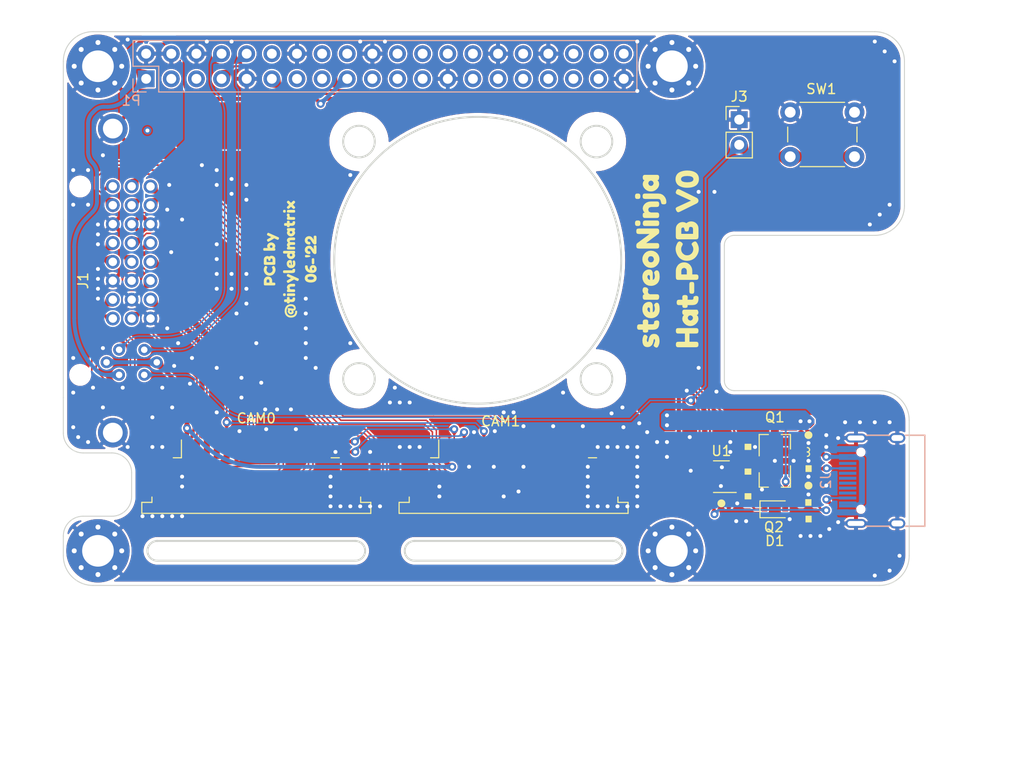
<source format=kicad_pcb>
(kicad_pcb (version 20211014) (generator pcbnew)
  (title_block (date "15 nov 2012"))
  (layers (0 "F.Cu" signal) (31 "B.Cu" signal) (34 "B.Paste" user) (35 "F.Paste" user) (36 "B.SilkS" user "B.Silkscreen") (37 "F.SilkS" user "F.Silkscreen") (38 "B.Mask" user) (39 "F.Mask" user) (44 "Edge.Cuts" user))
  (net 0 "")
  (net 1 "+3V3")
  (net 2 "+5V")
  (net 3 "GND")
  (net 4 "/ID_SD")
  (net 5 "/ID_SC")
  (net 6 "/GPIO5")
  (net 7 "/GPIO6")
  (net 8 "/GPIO26")
  (net 9 "/GPIO2(SDA1)")
  (net 10 "/GPIO3(SCL1)")
  (net 11 "/GPIO4(GCLK)")
  (net 12 "/GPIO14(TXD0)")
  (net 13 "/GPIO15(RXD0)")
  (net 14 "/GPIO17(GEN0)")
  (net 15 "/GPIO27(GEN2)")
  (net 16 "/GPIO22(GEN3)")
  (net 17 "/GPIO23(GEN4)")
  (net 18 "/GPIO24(GEN5)")
  (net 19 "/GPIO25(GEN6)")
  (net 20 "/GPIO18(GEN1)(PWM0)")
  (net 21 "/GPIO10(SPI0_MOSI)")
  (net 22 "/GPIO9(SPI0_MISO)")
  (net 23 "/GPIO11(SPI0_SCK)")
  (net 24 "/GPIO8(SPI0_CE_N)")
  (net 25 "/GPIO7(SPI1_CE_N)")
  (net 26 "/GPIO12(PWM0)")
  (net 27 "/GPIO13(PWM1)")
  (net 28 "/GPIO19(SPI1_MISO)")
  (net 29 "/GPIO16")
  (net 30 "/GPIO20(SPI1_MOSI)")
  (net 31 "/GPIO21(SPI1_SCK)")
  (net 32 "/CAM1_D0_N")
  (net 33 "Net-(D1-Pad1)")
  (net 34 "Net-(FB1-Pad2)")
  (net 35 "Net-(Q1-Pad1)")
  (net 36 "/PWR_BTN")
  (net 39 "/CAM_3V3")
  (net 40 "/ID_SDA")
  (net 41 "/ID_SCL")
  (net 42 "/CAM_GPIO")
  (net 43 "/SDA0")
  (net 44 "/SCL0")
  (net 45 "/CAM0_CLK_P")
  (net 46 "/CAM0_CLK_N")
  (net 47 "/CAM0_D1_P")
  (net 48 "/CAM0_D1_N")
  (net 49 "/CAM0_D0_P")
  (net 50 "/CAM0_D0_N")
  (net 51 "/CAM1_CLK_P")
  (net 52 "/CAM1_CLK_N")
  (net 53 "/CAM1_D1_P")
  (net 54 "/CAM1_D1_N")
  (net 55 "/CAM1_D0_P")
  (net 56 "Net-(FB1-Pad1)")
  (net 60 "Net-(J2-PadB5)")
  (net 63 "Net-(J2-PadA5)")
  (footprint "MountingHole:MountingHole_3.2mm_M3_Pad_Via" (layer "F.Cu") (at 203.5 97.5 180)
    (fp_text reference "MK1" hide)
    (fp_text value "M2.5")
  )
  (footprint "MountingHole:MountingHole_3.2mm_M3_Pad_Via" (layer "F.Cu") (at 261.5 97.5 180)
    (fp_text reference "MK2" hide)
    (fp_text value "M2.5")
  )
  (footprint "MountingHole:MountingHole_3.2mm_M3_Pad_Via" (layer "F.Cu") (at 203.5 146.5)
    (fp_text reference "MK3" hide)
    (fp_text value "M2.5")
  )
  (footprint "MountingHole:MountingHole_3.2mm_M3_Pad_Via" (layer "F.Cu") (at 261.5 146.5)
    (fp_text reference "MK4" hide)
    (fp_text value "M2.5")
  )
  (footprint "Package_TO_SOT_SMD:SOT-23" (layer "F.Cu") (at 271.9 139.3 -90)
    (fp_text reference "Q2")
    (fp_text value "BSS138")
  )
  (footprint "dipolMods:L_0603_min" (layer "F.Cu") (at 275.3 136.5 180)
    (fp_text reference "FB1")
    (fp_text value "Ferrite_Bead_Small")
  )
  (footprint "kibuzzard-62A7984C" (layer "F.Cu") (at 261 117 90)
    (fp_text reference "kibuzzard-62A7984C" hide)
    (fp_text value "G***" hide)
  )
  (footprint "Connector_FFC-FPC:TE_1-84952-5_1x15-1MP_P1.0mm_Horizontal" (layer "F.Cu") (at 219.5 138)
    (fp_text reference "CAM0")
    (fp_text value "15p FCC 1mm pitch connetor")
  )
  (footprint "kibuzzard-62A79922" (layer "F.Cu") (at 221 117 90)
    (fp_text reference "kibuzzard-62A79922" hide)
    (fp_text value "G***" hide)
  )
  (footprint "Connector_PinHeader_2.54mm:PinHeader_1x02_P2.54mm_Vertical" (layer "F.Cu") (at 268.3 102.9)
    (fp_text reference "J3")
    (fp_text value "Conn_01x02")
  )
  (footprint "dipolMods:R_0603_min" (layer "F.Cu") (at 275.3 138.2)
    (fp_text reference "R1")
    (fp_text value "5k1")
  )
  (footprint "Button_Switch_THT:SW_PUSH_6mm" (layer "F.Cu") (at 279.95 106.65 180)
    (fp_text reference "SW1")
    (fp_text value "SW_Push")
  )
  (footprint "dipolMods:C_0603_min" (layer "F.Cu") (at 275.3 139.9)
    (fp_text reference "C1")
    (fp_text value "4u7")
  )
  (footprint "digikey-footprints:DVI_Female_74320-9010" (layer "F.Cu") (at 206.905 119.1825 -90)
    (fp_text reference "J1")
    (fp_text value "DVI-HX-107DIP")
  )
  (footprint "dipolMods:R_0603_min" (layer "F.Cu") (at 275.3 143.3)
    (fp_text reference "R2")
    (fp_text value "5k1")
  )
  (footprint "dipolMods:R_0603_min" (layer "F.Cu") (at 269.2 138.5 90)
    (fp_text reference "R4")
    (fp_text value "10k")
  )
  (footprint "kibuzzard-62A79934" (layer "F.Cu") (at 223 117 90)
    (fp_text reference "kibuzzard-62A79934" hide)
    (fp_text value "G***" hide)
  )
  (footprint "dipolMods:C_0603_min" (layer "F.Cu") (at 275.3 134.8 180)
    (fp_text reference "C3")
    (fp_text value "100n")
  )
  (footprint "dipolMods:R_0603_min" (layer "F.Cu") (at 275.3 141.6 180)
    (fp_text reference "R6")
    (fp_text value "10M")
  )
  (footprint "Package_SO:TSOP-5_1.65x3.05mm_P0.95mm" (layer "F.Cu") (at 266.5 139 180)
    (fp_text reference "U1")
    (fp_text value "M74VHC1GT125DT1G")
  )
  (footprint "dipolMods:C_0603_min" (layer "F.Cu") (at 266.5 141.7)
    (fp_text reference "C2")
    (fp_text value "100n")
  )
  (footprint "dipolMods:R_0603_min" (layer "F.Cu") (at 269.2 136 90)
    (fp_text reference "R3")
    (fp_text value "100k")
  )
  (footprint "Package_TO_SOT_SMD:SOT-23" (layer "F.Cu") (at 271.9 135.5 90)
    (fp_text reference "Q1")
    (fp_text value "Q_PMOS_GSD")
  )
  (footprint "Connector_FFC-FPC:TE_1-84952-5_1x15-1MP_P1.0mm_Horizontal" (layer "F.Cu") (at 245.5 138)
    (fp_text reference "CAM1")
    (fp_text value "15p FCC 1mm pitch connetor")
  )
  (footprint "dipolMods:R_0603_min" (layer "F.Cu") (at 269.2 141 90)
    (fp_text reference "R5")
    (fp_text value "1k")
  )
  (footprint "kibuzzard-62A79947" (layer "F.Cu") (at 225 117 90)
    (fp_text reference "kibuzzard-62A79947" hide)
    (fp_text value "G***" hide)
  )
  (footprint "Diode_SMD:D_SOD-323" (layer "F.Cu") (at 271.9 142.3)
    (fp_text reference "D1")
    (fp_text value "D")
  )
  (footprint "Connector_PinSocket_2.54mm:PinSocket_2x20_P2.54mm_Vertical" (layer "B.Cu") (at 208.37 98.77 -90)
    (fp_text reference "P1")
    (fp_text value "Conn_02x20_Odd_Even")
  )
  (footprint "Connector_USB_Extra:USB_C_Receptacle_GT-USB-7010" (layer "B.Cu") (at 282.41 139.41 -90)
    (fp_text reference "J2")
    (fp_text value "USB_C_Receptacle_USB2.0")
  )
  (gr_line (start 204.9 136.6) (end 202 136.6) (layer "Edge.Cuts") (width 0.1))
  (gr_circle (center 229.876268 105.116954) (end 228.276267 105.116954) (layer "Edge.Cuts") (width 0.2) (fill none))
  (gr_line (start 285 97) (end 285 111.6) (layer "Edge.Cuts") (width 0.1))
  (gr_arc locked (start 285.47868 147) (mid 284.6 149.12132) (end 282.47868 150) (layer "Edge.Cuts") (width 0.1))
  (gr_arc (start 206.9 141) (mid 206.314214 142.414214) (end 204.9 143) (layer "Edge.Cuts") (width 0.1))
  (gr_line (start 235.500001 145.5) (end 255.500001 145.500001) (layer "Edge.Cuts") (width 0.2))
  (gr_arc (start 235.5 147.5) (mid 234.500002 146.499999) (end 235.500001 145.5) (layer "Edge.Cuts") (width 0.2))
  (gr_line locked (start 262 94) (end 203 94) (layer "Edge.Cuts") (width 0.1))
  (gr_arc (start 267.8 130.3) (mid 267.092894 130.007106) (end 266.8 129.3) (layer "Edge.Cuts") (width 0.1))
  (gr_arc (start 255.500001 145.500001) (mid 256.5 146.500001) (end 255.500001 147.5) (layer "Edge.Cuts") (width 0.2))
  (gr_line (start 200 113) (end 200 131) (layer "Edge.Cuts") (width 0.1))
  (gr_line (start 229.5 147.5) (end 209.499999 147.5) (layer "Edge.Cuts") (width 0.2))
  (gr_arc locked (start 285 111.6) (mid 284.12132 113.72132) (end 282 114.6) (layer "Edge.Cuts") (width 0.1))
  (gr_line locked (start 203 150) (end 262 150) (layer "Edge.Cuts") (width 0.1))
  (gr_arc locked (start 200 97) (mid 200.87868 94.87868) (end 203 94) (layer "Edge.Cuts") (width 0.1))
  (gr_circle (center 241.876268 117.116954) (end 227.376268 117.116954) (layer "Edge.Cuts") (width 0.2) (fill none))
  (gr_circle (center 253.876268 105.116954) (end 252.276268 105.116954) (layer "Edge.Cuts") (width 0.2) (fill none))
  (gr_arc locked (start 282 94) (mid 284.12132 94.87868) (end 285 97) (layer "Edge.Cuts") (width 0.1))
  (gr_line (start 282 114.6) (end 267.8 114.6) (layer "Edge.Cuts") (width 0.1))
  (gr_arc (start 209.499999 147.5) (mid 208.500001 146.499999) (end 209.5 145.5) (layer "Edge.Cuts") (width 0.2))
  (gr_line (start 200 134.6) (end 200 131) (layer "Edge.Cuts") (width 0.1))
  (gr_arc (start 204.9 136.6) (mid 206.314214 137.185786) (end 206.9 138.6) (layer "Edge.Cuts") (width 0.1))
  (gr_line (start 282 94) (end 262 94) (layer "Edge.Cuts") (width 0.1))
  (gr_arc (start 229.499999 145.5) (mid 230.5 146.5) (end 229.5 147.5) (layer "Edge.Cuts") (width 0.2))
  (gr_line (start 209.5 145.5) (end 229.499999 145.5) (layer "Edge.Cuts") (width 0.2))
  (gr_arc locked (start 282.47868 130.3) (mid 284.6 131.17868) (end 285.47868 133.3) (layer "Edge.Cuts") (width 0.1))
  (gr_arc (start 200 145) (mid 200.585786 143.585786) (end 202 143) (layer "Edge.Cuts") (width 0.1))
  (gr_arc locked (start 203 150) (mid 200.87868 149.12132) (end 200 147) (layer "Edge.Cuts") (width 0.1))
  (gr_line (start 285.47868 133.3) (end 285.47868 147) (layer "Edge.Cuts") (width 0.1))
  (gr_line (start 266.8 115.6) (end 266.8 129.3) (layer "Edge.Cuts") (width 0.1))
  (gr_arc (start 266.8 115.6) (mid 267.092894 114.892894) (end 267.8 114.6) (layer "Edge.Cuts") (width 0.1))
  (gr_line locked (start 200 97) (end 200 113) (layer "Edge.Cuts") (width 0.1))
  (gr_line (start 262 150) (end 282.47868 150) (layer "Edge.Cuts") (width 0.1))
  (gr_line (start 200 147) (end 200 145) (layer "Edge.Cuts") (width 0.1))
  (gr_circle (center 229.876268 129.116954) (end 228.276268 129.116954) (layer "Edge.Cuts") (width 0.2) (fill none))
  (gr_circle (center 253.876267 129.116954) (end 252.276267 129.116954) (layer "Edge.Cuts") (width 0.2) (fill none))
  (gr_line (start 255.500001 147.5) (end 235.5 147.5) (layer "Edge.Cuts") (width 0.2))
  (gr_line (start 202 143) (end 204.9 143) (layer "Edge.Cuts") (width 0.1))
  (gr_arc (start 202 136.6) (mid 200.585786 136.014214) (end 200 134.6) (layer "Edge.Cuts") (width 0.1))
  (gr_line (start 267.8 130.3) (end 282.47868 130.3) (layer "Edge.Cuts") (width 0.1))
  (gr_line (start 206.9 141) (end 206.9 138.6) (layer "Edge.Cuts") (width 0.1))
  (segment (start 210.504123 94.7) (end 208.78117 94.7) (width 0.4) (layer "F.Cu") (net 1))
  (segment (start 276.7 142.4) (end 277.1 142.4) (width 0.2) (layer "F.Cu") (net 1))
  (segment (start 226.570183 100.8) (end 252.792856 100.8) (width 0.4) (layer "F.Cu") (net 1))
  (segment (start 276.5 142.2) (end 276.7 142.4) (width 0.2) (layer "F.Cu") (net 1))
  (segment (start 263.094633 139.994633) (end 264.507107 141.407107) (width 0.4) (layer "F.Cu") (net 1))
  (segment (start 265.75 141.7) (end 265.75 142.75) (width 0.2) (layer "F.Cu") (net 1))
  (segment (start 265.75 140.65) (end 265.75 141.7) (width 0.2) (layer "F.Cu") (net 1))
  (segment (start 265.75 142.75) (end 265.8 142.8) (width 0.2) (layer "F.Cu") (net 1))
  (segment (start 225.438153 100.8) (end 214.137717 100.8) (width 0.4) (layer "F.Cu") (net 1))
  (segment (start 207.1 96.38117) (end 207.1 97.296432) (width 0.4) (layer "F.Cu") (net 1))
  (segment (start 276.05 141.75) (end 276.5 142.2) (width 0.2) (layer "F.Cu") (net 1))
  (segment (start 212.248089 98.910372) (end 212.248089 96.443966) (width 0.4) (layer "F.Cu") (net 1))
  (segment (start 276.05 141.6) (end 276.05 141.75) (width 0.2) (layer "F.Cu") (net 1))
  (segment (start 207.243944 97.643944) (end 208.37 98.77) (width 0.4) (layer "F.Cu") (net 1))
  (segment (start 265.34 139.95) (end 265.34 140.24) (width 0.2) (layer "F.Cu") (net 1))
  (segment (start 265.214214 141.7) (end 265.75 141.7) (width 0.4) (layer "F.Cu") (net 1))
  (segment (start 262.2 111.53672) (end 262.2 137.834799) (width 0.4) (layer "F.Cu") (net 1))
  (segment (start 265.34 140.24) (end 265.75 140.65) (width 0.2) (layer "F.Cu") (net 1))
  (via (at 265.8 142.8) (size 0.8) (drill 0.4) (layers "F.Cu" "B.Cu") (net 1))
  (via (at 277.1 142.4) (size 0.8) (drill 0.4) (layers "F.Cu" "B.Cu") (net 1))
  (via (at 226 101.3) (size 0.8) (drill 0.4) (layers "F.Cu" "B.Cu") (net 1))
  (arc (start 263.094633 139.994633) (mid 262.432508 139.003693) (end 262.2 137.834799) (width 0.4) (layer "F.Cu") (net 1))
  (arc (start 264.507107 141.407107) (mid 264.83153 141.62388) (end 265.214214 141.7) (width 0.4) (layer "F.Cu") (net 1))
  (arc (start 252.792856 100.8) (mid 256.033034 101.444512) (end 258.779925 103.279925) (width 0.4) (layer "F.Cu") (net 1))
  (arc (start 258.779925 103.279925) (mid 261.311152 107.068174) (end 262.2 111.53672) (width 0.4) (layer "F.Cu") (net 1))
  (arc (start 212.248089 98.910372) (mid 212.801548 100.246541) (end 214.137717 100.8) (width 0.4) (layer "F.Cu") (net 1))
  (arc (start 207.1 97.296432) (mid 207.13741 97.484504) (end 207.243944 97.643944) (width 0.4) (layer "F.Cu") (net 1))
  (arc (start 208.78117 94.7) (mid 207.592403 95.192403) (end 207.1 96.38117) (width 0.4) (layer "F.Cu") (net 1))
  (arc (start 210.504123 94.7) (mid 211.737293 95.210796) (end 212.248089 96.443966) (width 0.4) (layer "F.Cu") (net 1))
  (segment (start 202.272054 112.927946) (end 202.962354 112.237646) (width 0.4) (layer "B.Cu") (net 1))
  (segment (start 201.1 122.989966) (end 201.1 115.757534) (width 0.4) (layer "B.Cu") (net 1))
  (segment (start 228.53 98.77) (end 228.69 98.77) (width 0.4) (layer "B.Cu") (net 1))
  (segment (start 277.051911 142.351911) (end 266.248089 142.351911) (width 0.2) (layer "B.Cu") (net 1))
  (segment (start 202.942474 102.207526) (end 203.168388 101.981612) (width 0.4) (layer "B.Cu") (net 1))
  (segment (start 226 101.3) (end 228.53 98.77) (width 0.4) (layer "B.Cu") (net 1))
  (segment (start 203.401279 128.301279) (end 203.228416 128.128416) (width 0.4) (layer "B.Cu") (net 1))
  (segment (start 204.089682 101.6) (end 204.4692 101.6) (width 0.4) (layer "B.Cu") (net 1))
  (segment (start 205.635 128.7075) (end 204.381983 128.7075) (width 0.4) (layer "B.Cu") (net 1))
  (segment (start 202.5 106.156487) (end 202.5 103.275752) (width 0.4) (layer "B.Cu") (net 1))
  (segment (start 206.29717 100.84283) (end 208.37 98.77) (width 0.4) (layer "B.Cu") (net 1))
  (segment (start 203.4 111.181074) (end 203.4 108.329282) (width 0.4) (layer "B.Cu") (net 1))
  (segment (start 277.1 142.4) (end 277.051911 142.351911) (width 0.2) (layer "B.Cu") (net 1))
  (segment (start 266.248089 142.351911) (end 265.8 142.8) (width 0.2) (layer "B.Cu") (net 1))
  (arc (start 203.4 108.329282) (mid 203.284356 107.747901) (end 202.955033 107.255033) (width 0.4) (layer "B.Cu") (net 1))
  (arc (start 204.4692 101.6) (mid 205.45849 101.403218) (end 206.29717 100.84283) (width 0.4) (layer "B.Cu") (net 1))
  (arc (start 201.1 122.989966) (mid 201.653157 125.770875) (end 203.228416 128.128416) (width 0.4) (layer "B.Cu") (net 1))
  (arc (start 203.168388 101.981612) (mid 203.591081 101.699177) (end 204.089682 101.6) (width 0.4) (layer "B.Cu") (net 1))
  (arc (start 202.962354 112.237646) (mid 203.28626 111.752887) (end 203.4 111.181074) (width 0.4) (layer "B.Cu") (net 1))
  (arc (start 202.5 106.156487) (mid 202.618259 106.751016) (end 202.955033 107.255033) (width 0.4) (layer "B.Cu") (net 1))
  (arc (start 203.401279 128.301279) (mid 203.85123 128.601927) (end 204.381983 128.7075) (width 0.4) (layer "B.Cu") (net 1))
  (arc (start 201.1 115.757534) (mid 201.404607 114.226172) (end 202.272054 112.927946) (width 0.4) (layer "B.Cu") (net 1))
  (arc (start 202.5 103.275752) (mid 202.614995 102.697632) (end 202.942474 102.207526) (width 0.4) (layer "B.Cu") (net 1))
  (segment (start 271.9 134.5) (end 272.2 134.8) (width 0.2) (layer "F.Cu") (net 2))
  (segment (start 274.55 134.8) (end 274.45 134.7) (width 0.4) (layer "F.Cu") (net 2))
  (segment (start 273 142.25) (end 273 139.5) (width 0.2) (layer "F.Cu") (net 2))
  (segment (start 272.95 142.3) (end 273 142.25) (width 0.2) (layer "F.Cu") (net 2))
  (segment (start 274.45 134.7) (end 272.3 134.7) (width 0.4) (layer "F.Cu") (net 2))
  (via (at 274.5 133.4) (size 0.8) (drill 0.4) (layers "F.Cu" "B.Cu") (net 2))
  (via (at 261 133.8) (size 0.8) (drill 0.4) (layers "F.Cu" "B.Cu") (net 2))
  (via (at 261 132.8) (size 0.8) (drill 0.4) (layers "F.Cu" "B.Cu") (net 2))
  (via (at 275.4 133.4) (size 0.8) (drill 0.4) (layers "F.Cu" "B.Cu") (net 2))
  (via (at 273 139.5) (size 0.8) (drill 0.4) (layers "F.Cu" "B.Cu") (net 2))
  (segment (start 273 139.5) (end 273 133.4) (width 0.2) (layer "B.Cu") (net 2))
  (segment (start 273 133.4) (end 274.5 133.4) (width 0.2) (layer "B.Cu") (net 2))
  (segment (start 223.5 136.2) (end 223.5 134.1) (width 0.1524) (layer "F.Cu") (net 3))
  (segment (start 274.55 138.05) (end 274 137.5) (width 0.2) (layer "F.Cu") (net 3))
  (segment (start 220.5 134.5) (end 220.5 134.2) (width 0.1524) (layer "F.Cu") (net 3))
  (segment (start 246.7 133.7) (end 249.5 133.7) (width 0.4) (layer "F.Cu") (net 3))
  (segment (start 249.5 136.2) (end 249.5 133.7) (width 0.4) (layer "F.Cu") (net 3))
  (segment (start 274.55 138.2) (end 274.55 138.05) (width 0.2) (layer "F.Cu") (net 3))
  (segment (start 267.25 141.7) (end 268.1 141.7) (width 0.2) (layer "F.Cu") (net 3))
  (segment (start 220.5 134.2) (end 220.6 134.1) (width 0.1524) (layer "F.Cu") (net 3))
  (segment (start 243.5 136.2) (end 243.5 138) (width 0.4) (layer "F.Cu") (net 3))
  (segment (start 274 137.5) (end 273.9 137.4) (width 0.2) (layer "F.Cu") (net 3))
  (segment (start 246.5 138) (end 246.5 136.2) (width 0.4) (layer "F.Cu") (net 3))
  (segment (start 252.5 133.7) (end 252.5 136.2) (width 0.4) (layer "F.Cu") (net 3))
  (segment (start 246.5 136.2) (end 246.5 133.9) (width 0.4) (layer "F.Cu") (net 3))
  (segment (start 220.6 134.1) (end 223.5 134.1) (width 0.1524) (layer "F.Cu") (net 3))
  (segment (start 223.5 134.1) (end 223.5 134.199989) (width 0.1524) (layer "F.Cu") (net 3))
  (segment (start 249.5 133.7) (end 252.5 133.7) (width 0.4) (layer "F.Cu") (net 3))
  (segment (start 243.5 138) (end 246.5 138) (width 0.4) (layer "F.Cu") (net 3))
  (segment (start 220.5 134.5) (end 220.5 134.199989) (width 0.1524) (layer "F.Cu") (net 3))
  (segment (start 274.55 143.3) (end 273.4 143.3) (width 0.2) (layer "F.Cu") (net 3))
  (segment (start 246.5 133.9) (end 246.7 133.7) (width 0.4) (layer "F.Cu") (net 3))
  (segment (start 273.9 137.4) (end 273.8 137.4) (width 0.2) (layer "F.Cu") (net 3))
  (via (at 273.4 143.3) (size 0.8) (drill 0.4) (layers "F.Cu" "B.Cu") (net 3))
  (via (at 218 131) (size 0.8) (drill 0.4) (layers "F.Cu" "B.Cu") (net 3))
  (via (at 256 142) (size 0.8) (drill 0.4) (layers "F.Cu" "B.Cu") (net 3))
  (via (at 258 141) (size 0.8) (drill 0.4) (layers "F.Cu" "B.Cu") (net 3))
  (via (at 253 140) (size 0.8) (drill 0.4) (layers "F.Cu" "B.Cu") (net 3))
  (via (at 203.5 121) (size 0.8) (drill 0.4) (layers "F.Cu" "B.Cu") (net 3))
  (via (at 217 110.4) (size 0.8) (drill 0.4) (layers "F.Cu" "B.Cu") (net 3))
  (via (at 214.5 95) (size 0.8) (drill 0.4) (layers "F.Cu" "B.Cu") (net 3))
  (via (at 283.5 111.5) (size 0.8) (drill 0.4) (layers "F.Cu" "B.Cu") (net 3))
  (via (at 263.3 135) (size 0.8) (drill 0.4) (layers "F.Cu" "B.Cu") (net 3))
  (via (at 215.5 115.5) (size 0.8) (drill 0.4) (layers "F.Cu" "B.Cu") (net 3))
  (via (at 211.6 125.5) (size 0.8) (drill 0.4) (layers "F.Cu" "B.Cu") (net 3))
  (via (at 268 143.5) (size 0.8) (drill 0.4) (layers "F.Cu" "B.Cu") (net 3))
  (via (at 261 137) (size 0.8) (drill 0.4) (layers "F.Cu" "B.Cu") (net 3))
  (via (at 203.5 120) (size 0.8) (drill 0.4) (layers "F.Cu" "B.Cu") (net 3))
  (via (at 258 138) (size 0.8) (drill 0.4) (layers "F.Cu" "B.Cu") (net 3))
  (via (at 234 136) (size 0.8) (drill 0.4) (layers "F.Cu" "B.Cu") (net 3))
  (via (at 215.5 108) (size 0.8) (drill 0.4) (layers "F.Cu" "B.Cu") (net 3))
  (via (at 275.3 139) (size 0.8) (drill 0.4) (layers "F.Cu" "B.Cu") (net 3))
  (via (at 253 141) (size 0.8) (drill 0.4) (layers "F.Cu" "B.Cu") (net 3))
  (via (at 244.5 141) (size 0.8) (drill 0.4) (layers "F.Cu" "B.Cu") (net 3))
  (via (at 274.5 145) (size 0.8) (drill 0.4) (layers "F.Cu" "B.Cu") (net 3))
  (via (at 252.5 133.9) (size 0.8) (drill 0.4) (layers "F.Cu" "B.Cu") (net 3))
  (via (at 276.5 145) (size 0.8) (drill 0.4) (layers "F.Cu" "B.Cu") (net 3))
  (via (at 218.5 121.5) (size 0.8) (drill 0.4) (layers "F.Cu" "B.Cu") (net 3))
  (via (at 263 130.3) (size 0.8) (drill 0.4) (layers "F.Cu" "B.Cu") (net 3))
  (via (at 241.5 134.5) (size 0.8) (drill 0.4) (layers "F.Cu" "B.Cu") (net 3))
  (via (at 238 141) (size 0.8) (drill 0.4) (layers "F.Cu" "B.Cu") (net 3))
  (via (at 278.3 143.6) (size 0.8) (drill 0.4) (layers "F.Cu" "B.Cu") (net 3))
  (via (at 201 111.5) (size 0.8) (drill 0.4) (layers "F.Cu" "B.Cu") (net 3))
  (via (at 202.5 108) (size 0.8) (drill 0.4) (layers "F.Cu" "B.Cu") (net 3))
  (via (at 223.5 134.199989) (size 0.8) (drill 0.4) (layers "F.Cu" "B.Cu") (net 3))
  (via (at 229 125.5) (size 0.8) (drill 0.4) (layers "F.Cu" "B.Cu") (net 3))
  (via (at 244.5 132.5) (size 0.8) (drill 0.4) (layers "F.Cu" "B.Cu") (net 3))
  (via (at 230 95) (size 0.8) (drill 0.4) (layers "F.Cu" "B.Cu") (net 3))
  (via (at 258 100) (size 0.8) (drill 0.4) (layers "F.Cu" "B.Cu") (net 3))
  (via (at 223 132.2) (size 0.8) (drill 0.4) (layers "F.Cu" "B.Cu") (net 3))
  (via (at 217 118.5) (size 0.8) (drill 0.4) (layers "F.Cu" "B.Cu") (net 3))
  (via (at 236 136) (size 0.8) (drill 0.4) (layers "F.Cu" "B.Cu") (net 3))
  (via (at 215.5 132.5) (size 0.8) (drill 0.4) (layers "F.Cu" "B.Cu") (net 3))
  (via (at 282 149) (size 0.8) (drill 0.4) (layers "F.Cu" "B.Cu") (net 3))
  (via (at 201 127) (size 0.8) (drill 0.4) (layers "F.Cu" "B.Cu") (net 3))
  (via (at 212 143) (size 0.8) (drill 0.4) (layers "F.Cu" "B.Cu") (net 3))
  (via (at 211 143) (size 0.8) (drill 0.4) (layers "F.Cu" "B.Cu") (net 3))
  (via (at 258 142) (size 0.8) (drill 0.4) (layers "F.Cu" "B.Cu") (net 3))
  (via (at 243.6 134.4) (size 0.8) (drill 0.4) (layers "F.Cu" "B.Cu") (net 3))
  (via (at 224.5 122.5) (size 0.8) (drill 0.4) (layers "F.Cu" "B.Cu") (net 3))
  (via (at 202.5 111.5) (size 0.8) (drill 0.4) (layers "F.Cu" "B.Cu") (net 3))
  (via (at 266.45 139.95) (size 0.8) (drill 0.4) (layers "F.Cu" "B.Cu") (net 3))
  (via (at 212 140) (size 0.8) (drill 0.4) (layers "F.Cu" "B.Cu") (net 3))
  (via (at 209 136) (size 0.8) (drill 0.4) (layers "F.Cu" "B.Cu") (net 3))
  (via (at 277.1 136) (size 0.8) (drill 0.4) (layers "F.Cu" "B.Cu") (net 3))
  (via (at 220.5 134.199989) (size 0.8) (drill 0.4) (layers "F.Cu" "B.Cu") (net 3))
  (via (at 253 139) (size 0.8) (drill 0.4) (layers "F.Cu" "B.Cu") (net 3))
  (via (at 210 143) (size 0.8) (drill 0.4) (layers "F.Cu" "B.Cu") (net 3))
  (via (at 267.4 136.5) (size 0.8) (drill 0.4) (layers "F.Cu" "B.Cu") (net 3))
  (via (at 271.9 137.4) (size 0.8) (drill 0.4) (layers "F.Cu" "B.Cu") (net 3))
  (via (at 254 136) (size 0.8) (drill 0.4) (layers "F.Cu" "B.Cu") (net 3))
  (via (at 203 130) (size 0.8) (drill 0.4) (layers "F.Cu" "B.Cu") (net 3))
  (via (at 204 126) (size 0.8) (drill 0.4) (layers "F.Cu" "B.Cu") (net 3))
  (via (at 201 108) (size 0.8) (drill 0.4) (layers "F.Cu" "B.Cu") (net 3))
  (via (at 277.1 134.8) (size 0.8) (drill 0.4) (layers "F.Cu" "B.Cu") (net 3))
  (via (at 227 140) (size 0.8) (drill 0.4) (layers "F.Cu" "B.Cu") (net 3))
  (via (at 245.5 132.5) (size 0.8) (drill 0.4) (layers "F.Cu" "B.Cu") (net 3))
  (via (at 255 136) (size 0.8) (drill 0.4) (layers "F.Cu" "B.Cu") (net 3))
  (via (at 210 130) (size 0.8) (drill 0.4) (layers "F.Cu" "B.Cu") (net 3))
  (via (at 254 142) (size 0.8) (drill 0.4) (layers "F.Cu" "B.Cu") (net 3))
  (via (at 227 142) (size 0.8) (drill 0.4) (layers "F.Cu" "B.Cu") (net 3))
  (via (at 232.5 95) (size 0.8) (drill 0.4) (layers "F.Cu" "B.Cu") (net 3))
  (via (at 203.5 114.5) (size 0.8) (drill 0.4) (layers "F.Cu" "B.Cu") (net 3))
  (via (at 211 132) (size 0.8) (drill 0.4) (layers "F.Cu" "B.Cu") (net 3))
  (via (at 283.5 133.5) (size 0.8) (drill 0.4) (layers "F.Cu" "B.Cu") (net 3))
  (via (at 218.5 118.5) (size 0.8) (drill 0.4) (layers "F.Cu" "B.Cu") (net 3))
  (via (at 227.5 136.5) (size 0.8) (drill 0.4) (layers "F.Cu" "B.Cu") (net 3))
  (via (at 217 95) (size 0.8) (drill 0.4) (layers "F.Cu" "B.Cu") (net 3))
  (via (at 235 131.5) (size 0.8) (drill 0.4) (layers "F.Cu" "B.Cu") (net 3))
  (via (at 246.5 138) (size 0.8) (drill 0.4) (layers "F.Cu" "B.Cu") (net 3))
  (via (at 209 143) (size 0.8) (drill 0.4) (layers "F.Cu" "B.Cu") (net 3))
  (via (at 206.5 94.8) (size 0.8) (drill 0.4) (layers "F.Cu" "B.Cu") (net 3))
  (via (at 269 143.5) (size 0.8) (drill 0.4) (layers "F.Cu" "B.Cu") (net 3))
  (via (at 228 142) (size 0.8) (drill 0.4) (layers "F.Cu" "B.Cu") (net 3))
  (via (at 268.1 141.7) (size 0.8) (drill 0.4) (layers "F.Cu" "B.Cu") (net 3))
  (via (at 275.3 140.8) (size 0.8) (drill 0.4) (layers "F.Cu" "B.Cu") (net 3))
  (via (at 203.5 115.5) (size 0.8) (drill 0.4) (layers "F.Cu" "B.Cu") (net 3))
  (via (at 218.5 109.5) (size 0.8) (drill 0.4) (layers "F.Cu" "B.Cu") (net 3))
  (via (at 217 108.9) (size 0.8) (drill 0.4) (layers "F.Cu" "B.Cu") (net 3))
  (via (at 266.55 138.05) (size 0.8) (drill 0.4) (layers "F.Cu" "B.Cu") (net 3))
  (via (at 258 95) (size 0.8) (drill 0.4) (layers "F.Cu" "B.Cu") (net 3))
  (via (at 217 120) (size 0.8) (drill 0.4) (layers "F.Cu" "B.Cu") (net 3))
  (via (at 253 142) (size 0.8) (drill 0.4) (layers "F.Cu" "B.Cu") (net 3))
  (via (at 204 106.5) (size 0.8) (drill 0.4) (layers "F.Cu" "B.Cu") (net 3))
  (via (at 250.5 130.5) (size 0.8) (drill 0.4) (layers "F.Cu" "B.Cu") (net 3))
  (via (at 225.5 128) (size 0.8) (drill 0.4) (layers "F.Cu" "B.Cu") (net 3))
  (via (at 203.5 119) (size 0.8) (drill 0.4) (layers "F.Cu" "B.Cu") (net 3))
  (via (at 243.5 138) (size 0.8) (drill 0.4) (layers "F.Cu" "B.Cu") (net 3))
  (via (at 258 140) (size 0.8) (drill 0.4) (layers "F.Cu" "B.Cu") (net 3))
  (via (at 246 140.5) (size 0.8) (drill 0.4) (layers "F.Cu" "B.Cu") (net 3))
  (via (at 206.5 136) (size 0.8) (drill 0.4) (layers "F.Cu" "B.Cu") (net 3))
  (via (at 231 136.5) (size 0.8) (drill 0.4) (layers "F.Cu" "B.Cu") (net 3))
  (via (at 282 133.5) (size 0.8) (drill 0.4) (layers "F.Cu" "B.Cu") (net 3))
  (via (at 258 136) (size 0.8) (drill 0.4) (layers "F.Cu" "B.Cu") (net 3))
  (via (at 227 139) (size 0.8) (drill 0.4) (layers "F.Cu" "B.Cu") (net 3))
  (via (at 278.3 135.1) (size 0.8) (drill 0.4) (layers "F.Cu" "B.Cu") (net 3))
  (via (at 279 133.5) (size 0.8) (drill 0.4) (layers "F.Cu" "B.Cu") (net 3))
  (via (at 233 131.5) (size 0.8) (drill 0.4) (layers "F.Cu" "B.Cu") (net 3))
  (via (at 212.8 129.6) (size 0.8) (drill 0.4) (layers "F.Cu" "B.Cu") (net 3))
  (via (at 256.5 132) (size 0.8) (drill 0.4) (layers "F.Cu" "B.Cu") (net 3))
  (via (at 273.8 137.4) (size 0.8) (drill 0.4) (layers "F.Cu" "B.Cu") (net 3))
  (via (at 215.5 117) (size 0.8) (drill 0.4) (layers "F.Cu" "B.Cu") (net 3))
  (via (at 210.9 116.3) (size 0.8) (drill 0.4) (layers "F.Cu" "B.Cu") (net 3))
  (via (at 232 142) (size 0.8) (drill 0.4) (layers "F.Cu" "B.Cu") (net 3))
  (via (at 258 139) (size 0.8) (drill 0.4) (layers "F.Cu" "B.Cu") (net 3))
  (via (at 258 137) (size 0.8) (drill 0.4) (layers "F.Cu" "B.Cu") (net 3))
  (via (at 284 97) (size 0.8) (drill 0.4) (layers "F.Cu" "B.Cu") (net 3))
  (via (at 220.4 132.2) (size 0.8) (drill 0.4) (layers "F.Cu" "B.Cu") (net 3))
  (via (at 224.5 125.5) (size 0.8) (drill 0.4) (layers "F.Cu" "B.Cu") (net 3))
  (via (at 210.5 112) (size 0.8) (drill 0.4) (layers "F.Cu" "B.Cu") (net 3))
  (via (at 210.5 124) (size 0.8) (drill 0.4) (layers "F.Cu" "B.Cu") (net 3))
  (via (at 258.2 133.6) (size 0.8) (drill 0.4) (layers "F.Cu" "B.Cu") (net 3))
  (via (at 224.5 124) (size 0.8) (drill 0.4) (layers "F.Cu" "B.Cu") (net 3))
  (via (at 219.5 125.5) (size 0.8) (drill 0.4) (layers "F.Cu" "B.Cu") (net 3))
  (via (at 259 134.5) (size 0.8) (drill 0.4) (layers "F.Cu" "B.Cu") (net 3))
  (via (at 214 107.5) (size 0.8) (drill 0.4) (layers "F.Cu" "B.Cu") (net 3))
  (via (at 209 133) (size 0.8) (drill 0.4) (layers "F.Cu" "B.Cu") (net 3))
  (via (at 206 130) (size 0.8) (drill 0.4) (layers "F.Cu" "B.Cu") (net 3))
  (via (at 215.5 128) (size 0.8) (drill 0.4) (layers "F.Cu" "B.Cu") (net 3))
  (via (at 211.2 127.8) (size 0.8) (drill 0.4) (layers "F.Cu" "B.Cu") (net 3))
  (via (at 231 142) (size 0.8) (drill 0.4) (layers "F.Cu" "B.Cu") (net 3))
  (via (at 210 136) (size 0.8) (drill 0.4) (layers "F.Cu" "B.Cu") (net 3))
  (via (at 264.2 110.2) (size 0.8) (drill 0.4) (layers "F.Cu" "B.Cu") (net 3))
  (via (at 275.3 135.6) (size 0.8) (drill 0.4) (layers "F.Cu" "B.Cu") (net 3))
  (via (at 235 136) (size 0.8) (drill 0.4) (layers "F.Cu" "B.Cu") (net 3))
  (via (at 238 140) (size 0.8) (drill 0.4) (layers "F.Cu" "B.Cu") (net 3))
  (via (at 241 138) (size 0.8) (drill 0.4) (layers "F.Cu" "B.Cu") (net 3))
  (via (at 202.5 135.5) (size 0.8) (drill 0.4) (layers "F.Cu" "B.Cu") (net 3))
  (via (at 249.5 133.9) (size 0.8) (drill 0.4) (layers "F.Cu" "B.Cu") (net 3))
  (via (at 255.4 132.6) (size 0.8) (drill 0.4) (layers "F.Cu" "B.Cu") (net 3))
  (via (at 215.5 118.5) (size 0.8) (drill 0.4) (layers "F.Cu" "B.Cu") (net 3))
  (via (at 283 96) (size 0.8) (drill 0.4) (layers "F.Cu" "B.Cu") (net 3))
  (via (at 277.1 139.9) (size 0.8) (drill 0.4) (layers "F.Cu" "B.Cu") (net 3))
  (via (at 280.5 133.5) (size 0.8) (drill 0.4) (layers "F.Cu" "B.Cu") (net 3))
  (via (at 246.5 133.9) (size 0.8) (drill 0.4) (layers "F.Cu" "B.Cu") (net 3))
  (via (at 203.5 118) (size 0.8) (drill 0.4) (layers "F.Cu" "B.Cu") (net 3))
  (via (at 234 131.5) (size 0.8) (drill 0.4) (layers "F.Cu" "B.Cu") (net 3))
  (via (at 224.5 127) (size 0.8) (drill 0.4) (layers "F.Cu" "B.Cu") (net 3))
  (via (at 217.8 134.4) (size 0.8) (drill 0.4) (layers "F.Cu" "B.Cu") (net 3))
  (via (at 215.5 109.5) (size 0.8) (drill 0.4) (layers "F.Cu" "B.Cu") (net 3))
  (via (at 229 142) (size 0.8) (drill 0.4) (layers "F.Cu" "B.Cu") (net 3))
  (via (at 281.5 113.5) (size 0.8) (drill 0.4) (layers "F.Cu" "B.Cu") (net 3))
  (via (at 212 113) (size 0.8) (drill 0.4) (layers "F.Cu" "B.Cu") (net 3))
  (via (at 224.5 121) (size 0.8) (drill 0.4) (layers "F.Cu" "B.Cu") (net 3))
  (via (at 218.5 120) (size 0.8) (drill 0.4) (layers "F.Cu" "B.Cu") (net 3))
  (via (at 204 132) (size 0.8) (drill 0.4) (layers "F.Cu" "B.Cu") (net 3))
  (via (at 256.6 134) (size 0.8) (drill 0.4) (layers "F.Cu" "B.Cu") (net 3))
  (via (at 275.5 145) (size 0.8) (drill 0.4) (layers "F.Cu" "B.Cu") (net 3))
  (via (at 217.5 122.5) (size 0.8) (drill 0.4) (layers "F.Cu" "B.Cu") (net 3))
  (via (at 208 143) (size 0.8) (drill 0.4) (layers "F.Cu" "B.Cu") (net 3))
  (via (at 201 134) (size 0.8) (drill 0.4) (layers "F.Cu" "B.Cu") (net 3))
  (via (at 257 136) (size 0.8) (drill 0.4) (layers "F.Cu" "B.Cu") (net 3))
  (via (at 283.5 148.5) (size 0.8) (drill 0.4) (layers "F.Cu" "B.Cu") (net 3))
  (via (at 227 141) (size 0.8) (drill 0.4) (layers "F.Cu" "B.Cu") (net 3))
  (via (at 269.9 136) (size 0.8) (drill 0.4) (layers "F.Cu" "B.Cu") (net 3))
  (via (at 256 136) (size 0.8) (drill 0.4) (layers "F.Cu" "B.Cu") (net 3))
  (via (at 264.2 128) (size 0.8) (drill 0.4) (layers "F.Cu" "B.Cu") (net 3))
  (via (at 208.5 104) (size 0.8) (drill 0.4) (layers "F.Cu" "B.Cu") (net 3))
  (via (at 266 130.4) (size 0.8) (drill 0.4) (layers "F.Cu" "B.Cu") (net 3))
  (via (at 284.5 147) (size 0.8) (drill 0.4) (layers "F.Cu" "B.Cu") (net 3))
  (via (at 270.6 140.3) (size 0.8) (drill 0.4) (layers "F.Cu" "B.Cu") (net 3))
  (via (at 203.5 113.5) (size 0.8) (drill 0.4) (layers "F.Cu" "B.Cu") (net 3))
  (via (at 282.5 112.5) (size 0.8) (drill 0.4) (layers "F.Cu" "B.Cu") (net 3))
  (via (at 201.5 135) (size 0.8) (drill 0.4) (layers "F.Cu" "B.Cu") (net 3))
  (via (at 263.4 138.4) (size 0.8) (drill 0.4) (layers "F.Cu" "B.Cu") (net 3))
  (via (at 229 108.5) (size 0.8) (drill 0.4) (layers "F.Cu" "B.Cu") (net 3))
  (via (at 261 135.5) (size 0.8) (drill 0.4) (layers "F.Cu" "B.Cu") (net 3))
  (via (at 221.6 132.2) (size 0.8) (drill 0.4) (layers "F.Cu" "B.Cu") (net 3))
  (via (at 215.5 120) (size 0.8) (drill 0.4) (layers "F.Cu" "B.Cu") (net 3))
  (via (at 253 138) (size 0.8) (drill 0.4) (layers "F.Cu" "B.Cu") (net 3))
  (via (at 201 130.5) (size 0.8) (drill 0.4) (layers "F.Cu" "B.Cu") (net 3))
  (via (at 282 95) (size 0.8) (drill 0.4) (layers "F.Cu" "B.Cu") (net 3))
  (via (at 212 139) (size 0.8) (drill 0.4) (layers "F.Cu" "B.Cu") (net 3))
  (via (at 277.4 144.3) (size 0.8) (drill 0.4) (layers "F.Cu" "B.Cu") (net 3))
  (via (at 255 142) (size 0.8) (drill 0.4) (layers "F.Cu" "B.Cu") (net 3))
  (via (at 267.4 135.5) (size 0.8) (drill 0.4) (layers "F.Cu" "B.Cu") (net 3))
  (via (at 257 142) (size 0.8) (drill 0.4) (layers "F.Cu" "B.Cu") (net 3))
  (via (at 233.5 130) (size 0.8) (drill 0.4) (layers "F.Cu" "B.Cu") (net 3))
  (via (at 218.5 111) (size 0.8) (drill 0.4) (layers "F.Cu" "B.Cu") (net 3))
  (via (at 230 142) (size 0.8) (drill 0.4) (layers "F.Cu" "B.Cu") (net 3))
  (via (at 220 129.5) (size 0.8) (drill 0.4) (layers "F.Cu" "B.Cu") (net 3))
  (via (at 213 127) (size 0.8) (drill 0.4) (layers "F.Cu" "B.Cu") (net 3))
  (via (at 275.3 137.4) (size 0.8) (drill 0.4) (layers "F.Cu" "B.Cu") (net 3))
  (via (at 260 135.5) (size 0.8) (drill 0.4) (layers "F.Cu" "B.Cu") (net 3))
  (via (at 265.8 110.2) (size 0.8) (drill 0.4) (layers "F.Cu" "B.Cu") (net 3))
  (via (at 218 129) (size 0.8) (drill 0.4) (layers "F.Cu" "B.Cu") (net 3))
  (via (at 210.7 109.5) (size 0.8) (drill 0.4) (layers "F.Cu" "B.Cu") (net 3))
  (segment (start 206.905 121.1) (end 206.905 121.095) (width 0.4) (layer "B.Cu") (net 3))
  (segment (start 277.16 136.06) (end 277.1 136) (width 0.2) (layer "B.Cu") (net 3))
  (segment (start 269.7 138.5) (end 269.095781 138.5) (width 0.2) (layer "F.Cu") (net 11))
  (segment (start 253.63938 99.9) (end 223.438344 99.9) (width 0.2) (layer "F.Cu") (net 11))
  (segment (start 266.389095 132.289095) (end 264.444689 130.344689) (width 0.2) (layer "F.Cu") (net 11))
  (segment (start 263.1 127.098323) (end 263.1 111.108631) (width 0.2) (layer "F.Cu") (net 11))
  (segment (start 217.200388 97.559612) (end 215.99 98.77) (width 0.2) (layer "F.Cu") (net 11))
  (segment (start 274.55 141.6) (end 274.55 139.9) (width 0.2) (layer "F.Cu") (net 11))
  (segment (start 272.85 138.3) (end 273.5 138.3) (width 0.2) (layer "F.Cu") (net 11))
  (segment (start 274.55 139.35) (end 274.55 139.9) (width 0.2) (layer "F.Cu") (net 11))
  (segment (start 272.2 138.3) (end 271.4 139.1) (width 0.2) (layer "F.Cu") (net 11))
  (segment (start 270.3 139.1) (end 269.7 138.5) (width 0.2) (layer "F.Cu") (net 11))
  (segment (start 221.038349 97.5) (end 217.344304 97.5) (width 0.2) (layer "F.Cu") (net 11))
  (segment (start 272.85 138.3) (end 272.2 138.3) (width 0.2) (layer "F.Cu") (net 11))
  (segment (start 271.4 139.1) (end 270.3 139.1) (width 0.2) (layer "F.Cu") (net 11))
  (segment (start 259.629074 102.729074) (end 259.034896 102.134896) (width 0.2) (layer "F.Cu") (net 11))
  (segment (start 273.5 138.3) (end 274.55 139.35) (width 0.2) (layer "F.Cu") (net 11))
  (segment (start 268.3 137.704219) (end 268.3 136.902428) (width 0.2) (layer "F.Cu") (net 11))
  (arc (start 217.344304 97.5) (mid 217.266417 97.515493) (end 217.200388 97.559612) (width 0.2) (layer "F.Cu") (net 11))
  (arc (start 269.095781 138.5) (mid 268.533079 138.266921) (end 268.3 137.704219) (width 0.2) (layer "F.Cu") (net 11))
  (arc (start 259.034896 102.134896) (mid 256.559412 100.480831) (end 253.63938 99.9) (width 0.2) (layer "F.Cu") (net 11))
  (arc (start 268.3 136.902428) (mid 267.803372 134.40571) (end 266.389095 132.289095) (width 0.2) (layer "F.Cu") (net 11))
  (arc (start 263.1 127.098323) (mid 263.449473 128.855244) (end 264.444689 130.344689) (width 0.2) (layer "F.Cu") (net 11))
  (arc (start 263.1 111.108631) (mid 262.197936 106.573647) (end 259.629074 102.729074) (width 0.2) (layer "F.Cu") (net 11))
  (arc (start 222.3 98.761656) (mid 221.930471 97.869529) (end 221.038349 97.5) (width 0.2) (layer "F.Cu") (net 11))
  (arc (start 223.438344 99.9) (mid 222.633413 99.566587) (end 222.3 98.761656) (width 0.2) (layer "F.Cu") (net 11))
  (segment (start 215.507972 121.792028) (end 214.115293 123.184707) (width 0.1524) (layer "B.Cu") (net 12))
  (segment (start 206.527379 125.275121) (end 205.635 126.1675) (width 0.1524) (layer "B.Cu") (net 12))
  (segment (start 216.3 102.311033) (end 216.3 119.879904) (width 0.1524) (layer "B.Cu") (net 12))
  (segment (start 214.9 97.32) (end 214.9 98.931193) (width 0.1524) (layer "B.Cu") (net 12))
  (segment (start 210.215631 124.8) (end 207.674422 124.8) (width 0.1524) (layer "B.Cu") (net 12))
  (arc (start 216.3 119.879904) (mid 216.094159 120.914738) (end 215.507972 121.792028) (width 0.1524) (layer "B.Cu") (net 12))
  (arc (start 210.215631 124.8) (mid 212.326113 124.380199) (end 214.115293 123.184707) (width 0.1524) (layer "B.Cu") (net 12))
  (arc (start 215.443629 100.243629) (mid 216.077447 101.192185) (end 216.3 102.311033) (width 0.1524) (layer "B.Cu") (net 12))
  (arc (start 214.9 98.931193) (mid 215.041285 99.641478) (end 215.443629 100.243629) (width 0.1524) (layer "B.Cu") (net 12))
  (arc (start 207.674422 124.8) (mid 207.053647 124.92348) (end 206.527379 125.275121) (width 0.1524) (layer "B.Cu") (net 12))
  (segment (start 208.175 126.1675) (end 211.775156 126.1675) (width 0.1524) (layer "B.Cu") (net 13))
  (segment (start 217.582842 99.682842) (end 217.569046 99.669046) (width 0.1524) (layer "B.Cu") (net 13))
  (segment (start 217.7 120.110123) (end 217.7 99.965685) (width 0.1524) (layer "B.Cu") (net 13))
  (segment (start 217.451889 99.386204) (end 217.451889 97.308111) (width 0.1524) (layer "B.Cu") (net 13))
  (segment (start 213.068023 125.631977) (end 217.070762 121.629238) (width 0.1524) (layer "B.Cu") (net 13))
  (arc (start 217.070762 121.629238) (mid 217.536466 120.932262) (end 217.7 120.110123) (width 0.1524) (layer "B.Cu") (net 13))
  (arc (start 217.451889 99.386204) (mid 217.482337 99.539277) (end 217.569046 99.669046) (width 0.1524) (layer "B.Cu") (net 13))
  (arc (start 211.775156 126.1675) (mid 212.474851 126.028322) (end 213.068023 125.631977) (width 0.1524) (layer "B.Cu") (net 13))
  (arc (start 217.582842 99.682842) (mid 217.669551 99.812611) (end 217.7 99.965685) (width 0.1524) (layer "B.Cu") (net 13))
  (segment (start 253.339589 100.3) (end 223.043536 100.3) (width 0.2) (layer "F.Cu") (net 14))
  (segment (start 222.286373 99.986373) (end 221.07 98.77) (width 0.2) (layer "F.Cu") (net 14))
  (segment (start 264.589176 131.089176) (end 264.196107 130.696107) (width 0.2) (layer "F.Cu") (net 14))
  (segment (start 262.74808 127.200262) (end 262.74808 111.540898) (width 0.2) (layer "F.Cu") (net 14))
  (segment (start 265.34 138.05) (end 265.34 132.901825) (width 0.2) (layer "F.Cu") (net 14))
  (arc (start 264.589176 131.089176) (mid 265.144867 131.920826) (end 265.34 132.901825) (width 0.2) (layer "F.Cu") (net 14))
  (arc (start 259.076169 102.676169) (mid 256.444204 100.917546) (end 253.339589 100.3) (width 0.2) (layer "F.Cu") (net 14))
  (arc (start 223.043536 100.3) (mid 222.633762 100.218491) (end 222.286373 99.986373) (width 0.2) (layer "F.Cu") (net 14))
  (arc (start 262.74808 111.540898) (mid 261.793789 106.743359) (end 259.076169 102.676169) (width 0.2) (layer "F.Cu") (net 14))
  (arc (start 262.74808 127.200262) (mid 263.12441 129.0922) (end 264.196107 130.696107) (width 0.2) (layer "F.Cu") (net 14))
  (segment (start 251.5 136.2) (end 251.5 136.895) (width 0.1524) (layer "F.Cu") (net 32))
  (segment (start 232.2988 136.4988) (end 230.4 134.6) (width 0.1524) (layer "F.Cu") (net 32))
  (segment (start 251.5 136.895) (end 251.2012 137.1938) (width 0.1524) (layer "F.Cu") (net 32))
  (segment (start 230.4 134.6) (end 227.6 134.6) (width 0.1524) (layer "F.Cu") (net 32))
  (segment (start 246.59107 142.2012) (end 233.91666 142.2012) (width 0.1524) (layer "F.Cu") (net 32))
  (segment (start 212.298047 110.782587) (end 209.8 110.782587) (width 0.1524) (layer "F.Cu") (net 32))
  (segment (start 233.91666 142.2012) (end 232.2988 140.58334) (width 0.1524) (layer "F.Cu") (net 32))
  (segment (start 227.6 134.6) (end 220.7 127.7) (width 0.1524) (layer "F.Cu") (net 32))
  (segment (start 251.2012 137.59107) (end 246.59107 142.2012) (width 0.1524) (layer "F.Cu") (net 32))
  (segment (start 251.2012 137.1938) (end 251.2012 137.59107) (width 0.1524) (layer "F.Cu") (net 32))
  (segment (start 220.7 127.7) (end 220.7 119.18454) (width 0.1524) (layer "F.Cu") (net 32))
  (segment (start 220.7 119.18454) (end 212.298047 110.782587) (width 0.1524) (layer "F.Cu") (net 32))
  (segment (start 232.2988 140.58334) (end 232.2988 136.4988) (width 0.1524) (layer "F.Cu") (net 32))
  (segment (start 269.35 141.75) (end 269.2 141.75) (width 0.2) (layer "F.Cu") (net 33))
  (segment (start 269.9 142.3) (end 269.35 141.75) (width 0.2) (layer "F.Cu") (net 33))
  (segment (start 270.85 142.3) (end 269.9 142.3) (width 0.2) (layer "F.Cu") (net 33))
  (segment (start 269.2 135.25) (end 270.95 135.25) (width 0.2) (layer "F.Cu") (net 34))
  (segment (start 270.95 135.25) (end 272.2 136.5) (width 0.2) (layer "F.Cu") (net 34))
  (segment (start 274.55 136.5) (end 272.85 136.5) (width 0.4) (layer "F.Cu") (net 34))
  (segment (start 272.2 136.5) (end 272.85 136.5) (width 0.2) (layer "F.Cu") (net 34))
  (segment (start 269.2 136.75) (end 270.7 136.75) (width 0.2) (layer "F.Cu") (net 35))
  (segment (start 270.7 136.75) (end 270.95 136.5) (width 0.2) (layer "F.Cu") (net 35))
  (segment (start 270.95 136.5) (end 270.95 138.3) (width 0.2) (layer "F.Cu") (net 35))
  (segment (start 269.2 137.75) (end 269.2 136.75) (width 0.2) (layer "F.Cu") (net 35))
  (segment (start 269.553725 106.65) (end 273.45 106.65) (width 0.2) (layer "F.Cu") (net 36))
  (segment (start 264.7 139) (end 267.66 139) (width 0.2) (layer "F.Cu") (net 36))
  (segment (start 263.4 131.3) (end 263.932634 131.832634) (width 0.2) (layer "F.Cu") (net 36))
  (segment (start 268.2 139) (end 268.45 139.25) (width 0.2) (layer "F.Cu") (net 36))
  (segment (start 268.45 139.25) (end 269.2 139.25) (width 0.2) (layer "F.Cu") (net 36))
  (segment (start 279.95 106.65) (end 273.45 106.65) (width 0.2) (layer "F.Cu") (net 36))
  (segment (start 269.2 139.25) (end 269.2 140.25) (width 0.2) (layer "F.Cu") (net 36))
  (segment (start 264.3 132.719533) (end 264.3 138.6) (width 0.2) (layer "F.Cu") (net 36))
  (segment (start 267.66 139) (end 268.2 139) (width 0.2) (layer "F.Cu") (net 36))
  (segment (start 268.3 105.44) (end 269.479082 106.619082) (width 0.2) (layer "F.Cu") (net 36))
  (segment (start 264.3 138.6) (end 264.7 139) (width 0.2) (layer "F.Cu") (net 36))
  (via (at 263.4 131.3) (size 0.8) (drill 0.4) (layers "F.Cu" "B.Cu") (net 36))
  (arc (start 263.932634 131.832634) (mid 264.204524 132.239547) (end 264.3 132.719533) (width 0.2) (layer "F.Cu") (net 36))
  (arc (start 269.479082 106.619082) (mid 269.513328 106.641965) (end 269.553725 106.65) (width 0.2) (layer "F.Cu") (net 36))
  (segment (start 259.3 131.3) (end 257.328111 133.271889) (width 0.1524) (layer "B.Cu") (net 36))
  (segment (start 216.193382 131.993382) (end 213.33461 129.13461) (width 0.1524) (layer "B.Cu") (net 36))
  (segment (start 264.9 108.84) (end 268.3 105.44) (width 0.2) (layer "B.Cu") (net 36))
  (segment (start 212.303474 128.7075) (end 208.175 128.7075) (width 0.1524) (layer "B.Cu") (net 36))
  (segment (start 264.9 129.8) (end 264.9 113.6) (width 0.2) (layer "B.Cu") (net 36))
  (segment (start 257.328111 133.271889) (end 244.171889 133.271889) (width 0.1524) (layer "B.Cu") (net 36))
  (segment (start 243.9 133) (end 218.623573 133) (width 0.1524) (layer "B.Cu") (net 36))
  (segment (start 263.4 131.3) (end 259.3 131.3) (width 0.1524) (layer "B.Cu") (net 36))
  (segment (start 263.4 131.3) (end 264.9 129.8) (width 0.2) (layer "B.Cu") (net 36))
  (segment (start 244.171889 133.271889) (end 243.9 133) (width 0.1524) (layer "B.Cu") (net 36))
  (segment (start 264.9 113.6) (end 264.9 108.84) (width 0.2) (layer "B.Cu") (net 36))
  (arc (start 218.623573 133) (mid 217.308363 132.738388) (end 216.193382 131.993382) (width 0.1524) (layer "B.Cu") (net 36))
  (arc (start 212.303474 128.7075) (mid 212.861521 128.818502) (end 213.33461 129.13461) (width 0.1524) (layer "B.Cu") (net 36))
  (segment (start 238.5 136.2) (end 238.5 137.4) (width 0.4) (layer "F.Cu") (net 39))
  (segment (start 239.1 138) (end 239.3 138) (width 0.4) (layer "F.Cu") (net 39))
  (segment (start 238.5 137.4) (end 239.1 138) (width 0.4) (layer "F.Cu") (net 39))
  (segment (start 212.5 136.2) (end 212.5 134.1) (width 0.4) (layer "F.Cu") (net 39))
  (segment (start 212.5 134.1) (end 212.5 130.4925) (width 0.4) (layer "F.Cu") (net 39))
  (segment (start 212.5 130.4925) (end 209.445 127.4375) (width 0.4) (layer "F.Cu") (net 39))
  (via (at 239.3 138) (size 0.8) (drill 0.4) (layers "F.Cu" "B.Cu") (net 39))
  (via (at 212.5 134.1) (size 0.8) (drill 0.4) (layers "F.Cu" "B.Cu") (net 39))
  (segment (start 239.3 138) (end 219.858092 138) (width 0.4) (layer "B.Cu") (net 39))
  (segment (start 213.95476 135.55476) (end 212.5 134.1) (width 0.4) (layer "B.Cu") (net 39))
  (segment (start 209.445 127.4375) (end 204.365 127.4375) (width 0.4) (layer "B.Cu") (net 39))
  (arc (start 219.858092 138) (mid 216.663232 137.364503) (end 213.95476 135.55476) (width 0.4) (layer "B.Cu") (net 39))
  (segment (start 207.833111 120.166889) (end 208.81 119.19) (width 0.1524) (layer "F.Cu") (net 40))
  (segment (start 213.5 136.2) (end 213.5 129.012548) (width 0.1524) (layer "F.Cu") (net 40))
  (segment (start 205.928111 123.528111) (end 205.928111 120.571889) (width 0.1524) (layer "F.Cu") (net 40))
  (segment (start 213.5 129.012548) (end 208.587452 124.1) (width 0.1524) (layer "F.Cu") (net 40))
  (segment (start 205.928111 120.571889) (end 206.333111 120.166889) (width 0.1524) (layer "F.Cu") (net 40))
  (segment (start 206.5 124.1) (end 205.928111 123.528111) (width 0.1524) (layer "F.Cu") (net 40))
  (segment (start 208.587452 124.1) (end 206.5 124.1) (width 0.1524) (layer "F.Cu") (net 40))
  (segment (start 206.333111 120.166889) (end 207.833111 120.166889) (width 0.1524) (layer "F.Cu") (net 40))
  (segment (start 208.81 121.0875) (end 214.5 126.7775) (width 0.1524) (layer "F.Cu") (net 41))
  (segment (start 214.5 126.7775) (end 214.5 136.2) (width 0.1524) (layer "F.Cu") (net 41))
  (segment (start 207.881889 122.033111) (end 207.881889 120.618111) (width 0.1524) (layer "F.Cu") (net 42))
  (segment (start 216.5 127.464952) (end 216.5 133.5) (width 0.1524) (layer "F.Cu") (net 42))
  (segment (start 208.340611 120.159389) (end 209.194437 120.159389) (width 0.1524) (layer "F.Cu") (net 42))
  (segment (start 216.5 133.5) (end 216.5 136.2) (width 0.1524) (layer "F.Cu") (net 42))
  (segment (start 209.194437 120.159389) (end 216.5 127.464952) (width 0.1524) (layer "F.Cu") (net 42))
  (segment (start 242.5 136.2) (end 242.5 134.4) (width 0.1524) (layer "F.Cu") (net 42))
  (segment (start 207.881889 120.618111) (end 208.340611 120.159389) (width 0.1524) (layer "F.Cu") (net 42))
  (via (at 216.5 133.5) (size 0.8) (drill 0.4) (layers "F.Cu" "B.Cu") (net 42))
  (via (at 242.5 134.4) (size 0.8) (drill 0.4) (layers "F.Cu" "B.Cu") (net 42))
  (segment (start 216.528111 133.571889) (end 216.5 133.543778) (width 0.1524) (layer "B.Cu") (net 42))
  (segment (start 242.5 134.4) (end 241.671889 133.571889) (width 0.1524) (layer "B.Cu") (net 42))
  (segment (start 216.5 133.543778) (end 216.5 133.5) (width 0.1524) (layer "B.Cu") (net 42))
  (segment (start 241.671889 133.571889) (end 216.528111 133.571889) (width 0.1524) (layer "B.Cu") (net 42))
  (segment (start 239.5 136.2) (end 239.5 134.2) (width 0.1524) (layer "F.Cu") (net 43))
  (segment (start 208.425563 112.478111) (end 209.278111 112.478111) (width 0.1524) (layer "F.Cu") (net 43))
  (segment (start 212.3 119.8) (end 227.955866 135.455866) (width 0.1524) (layer "F.Cu") (net 43))
  (segment (start 205.976889 116.349389) (end 205.976889 113.023111) (width 0.1524) (layer "F.Cu") (net 43))
  (segment (start 207.289437 112.478111) (end 207.467548 112.3) (width 0.1524) (layer "F.Cu") (net 43))
  (segment (start 212.3 115.5) (end 212.3 119.8) (width 0.1524) (layer "F.Cu") (net 43))
  (segment (start 227.955866 135.455866) (end 229.455866 135.455866) (width 0.1524) (layer "F.Cu") (net 43))
  (segment (start 205.976889 113.023111) (end 206.521889 112.478111) (width 0.1524) (layer "F.Cu") (net 43))
  (segment (start 206.521889 112.478111) (end 207.289437 112.478111) (width 0.1524) (layer "F.Cu") (net 43))
  (segment (start 209.278111 112.478111) (end 212.3 115.5) (width 0.1524) (layer "F.Cu") (net 43))
  (segment (start 207.467548 112.3) (end 208.247452 112.3) (width 0.1524) (layer "F.Cu") (net 43))
  (segment (start 208.247452 112.3) (end 208.425563 112.478111) (width 0.1524) (layer "F.Cu") (net 43))
  (via (at 229.455866 135.455866) (size 0.8) (drill 0.4) (layers "F.Cu" "B.Cu") (net 43))
  (via (at 239.5 134.2) (size 0.8) (drill 0.4) (layers "F.Cu" "B.Cu") (net 43))
  (segment (start 239.5 134.2) (end 230.711732 134.2) (width 0.1524) (layer "B.Cu") (net 43))
  (segment (start 230.711732 134.2) (end 229.455866 135.455866) (width 0.1524) (layer "B.Cu") (net 43))
  (segment (start 211.9 115.6) (end 210.7 114.4) (width 0.1524) (layer "F.Cu") (net 44))
  (segment (start 207.4275 115.3725) (end 206.905 115.3725) (width 0.1524) (layer "F.Cu") (net 44))
  (segment (start 240.5 136.2) (end 240.5 134.6) (width 0.1524) (layer "F.Cu") (net 44))
  (segment (start 211.9 119.9) (end 211.9 115.6) (width 0.1524) (layer "F.Cu") (net 44))
  (segment (start 228.5 136.5) (end 211.9 119.9) (width 0.1524) (layer "F.Cu") (net 44))
  (segment (start 240.5 134.6) (end 240.5 134.5) (width 0.1524) (layer "F.Cu") (net 44))
  (segment (start 229.5 136.5) (end 228.5 136.5) (width 0.1524) (layer "F.Cu") (net 44))
  (segment (start 210.7 114.4) (end 208.4 114.4) (width 0.1524) (layer "F.Cu") (net 44))
  (segment (start 208.4 114.4) (end 207.4275 115.3725) (width 0.1524) (layer "F.Cu") (net 44))
  (via (at 229.5 136.5) (size 0.8) (drill 0.4) (layers "F.Cu" "B.Cu") (net 44))
  (via (at 240.5 134.5) (size 0.8) (drill 0.4) (layers "F.Cu" "B.Cu") (net 44))
  (segment (start 229.5 136.5) (end 229.5 136.3) (width 0.1524) (layer "B.Cu") (net 44))
  (segment (start 229.5 136.3) (end 230.9 134.9) (width 0.1524) (layer "B.Cu") (net 44))
  (segment (start 230.9 134.9) (end 239.9 134.9) (width 0.1524) (layer "B.Cu") (net 44))
  (segment (start 210.0988 118.7) (end 210.0988 119.48334) (width 0.1524) (layer "F.Cu") (net 45))
  (segment (start 210.0988 119.48334) (end 218.7988 128.18334) (width 0.1524) (layer "F.Cu") (net 45))
  (segment (start 218.7988 128.18334) (end 218.7988 135.2062) (width 0.1524) (layer "F.Cu") (net 45))
  (segment (start 207.833111 117.615659) (end 208.479341 118.261889) (width 0.1524) (layer "F.Cu") (net 45))
  (segment (start 209.660689 118.261889) (end 210.0988 118.7) (width 0.1524) (layer "F.Cu") (net 45))
  (segment (start 208.479341 118.261889) (end 209.660689 118.261889) (width 0.1524) (layer "F.Cu") (net 45))
  (segment (start 218.5 136.2) (end 218.5 135.505) (width 0.1524) (layer "F.Cu") (net 45))
  (segment (start 207.833111 116.346889) (end 207.833111 117.615659) (width 0.1524) (layer "F.Cu") (net 45))
  (segment (start 218.7988 135.2062) (end 218.5 135.505) (width 0.1524) (layer "F.Cu") (net 45))
  (segment (start 218.5 135.505) (end 218.775 135.23) (width 0.1524) (layer "F.Cu") (net 45))
  (segment (start 219.2012 128.01666) (end 210.5012 119.31666) (width 0.1524) (layer "F.Cu") (net 46))
  (segment (start 219.5 135.505) (end 219.225 135.23) (width 0.1524) (layer "F.Cu") (net 46))
  (segment (start 209.5 117.5) (end 209.03 117.5) (width 0.1524) (layer "F.Cu") (net 46))
  (segment (start 210.5012 119.31666) (end 210.5012 118.5012) (width 0.1524) (layer "F.Cu") (net 46))
  (segment (start 219.2012 135.2062) (end 219.2012 128.01666) (width 0.1524) (layer "F.Cu") (net 46))
  (segment (start 219.5 135.505) (end 219.2012 135.2062) (width 0.1524) (layer "F.Cu") (net 46))
  (segment (start 219.5 136.2) (end 219.5 135.505) (width 0.1524) (layer "F.Cu") (net 46))
  (segment (start 210.5012 118.5012) (end 209.5 117.5) (width 0.1524) (layer "F.Cu") (net 46))
  (segment (start 209.03 117.5) (end 208.81 117.28) (width 0.1524) (layer "F.Cu") (net 46))
  (segment (start 207.225 125.4068) (end 206.0932 124.275) (width 0.1524) (layer "F.Cu") (net 47))
  (segment (start 211.725 137.187801) (end 211.725 134.0068) (width 0.1524) (layer "F.Cu") (net 47))
  (segment (start 221.5068 137.975) (end 212.512199 137.975) (width 0.1524) (layer "F.Cu") (net 47))
  (segment (start 221.775 137.7068) (end 221.5068 137.975) (width 0.1524) (layer "F.Cu") (net 47))
  (segment (start 206.0932 124.275) (end 204.3932 124.275) (width 0.1524) (layer "F.Cu") (net 47))
  (segment (start 204.3932 124.275) (end 203.7 123.5818) (width 0.1524) (layer "F.Cu") (net 47))
  (segment (start 204.59 122.6) (end 205 123.01) (width 0.1524) (layer "F.Cu") (net 47))
  (segment (start 221.5 136.895) (end 221.775 137.17) (width 0.1524) (layer "F.Cu") (net 47))
  (segment (start 203.7 123.5818) (end 203.7 122.8) (width 0.1524) (layer "F.Cu") (net 47))
  (segment (start 211.725 134.0068) (end 207.225 129.5068) (width 0.1524) (layer "F.Cu") (net 47))
  (segment (start 207.225 129.5068) (end 207.225 125.4068) (width 0.1524) (layer "F.Cu") (net 47))
  (segment (start 203.7 122.8) (end 203.8 122.7) (width 0.1524) (layer "F.Cu") (net 47))
  (segment (start 212.512199 137.975) (end 211.725 137.187801) (width 0.1524) (layer "F.Cu") (net 47))
  (segment (start 221.775 137.17) (end 221.775 137.7068) (width 0.1524) (layer "F.Cu") (net 47))
  (segment (start 221.5 136.2) (end 221.5 136.895) (width 0.1524) (layer "F.Cu") (net 47))
  (segment (start 222.225 137.8932) (end 221.6932 138.425) (width 0.1524) (layer "F.Cu") (net 48))
  (segment (start 204.8 121.1) (end 205 121.1) (width 0.1524) (layer "F.Cu") (net 48))
  (segment (start 212.325799 138.425) (end 211.275 137.374201) (width 0.1524) (layer "F.Cu") (net 48))
  (segment (start 206.775 129.6932) (end 206.775 125.5932) (width 0.1524) (layer "F.Cu") (net 48))
  (segment (start 206.775 125.5932) (end 205.9068 124.725) (width 0.1524) (layer "F.Cu") (net 48))
  (segment (start 221.6932 138.425) (end 212.325799 138.425) (width 0.1524) (layer "F.Cu") (net 48))
  (segment (start 222.5 136.2) (end 222.5 136.895) (width 0.1524) (layer "F.Cu") (net 48))
  (segment (start 211.275 134.1932) (end 206.775 129.6932) (width 0.1524) (layer "F.Cu") (net 48))
  (segment (start 211.275 137.374201) (end 211.275 134.1932) (width 0.1524) (layer "F.Cu") (net 48))
  (segment (start 222.225 137.17) (end 222.225 137.8932) (width 0.1524) (layer "F.Cu") (net 48))
  (segment (start 205.9068 124.725) (end 204.2068 124.725) (width 0.1524) (layer "F.Cu") (net 48))
  (segment (start 222.5 136.895) (end 222.225 137.17) (width 0.1524) (layer "F.Cu") (net 48))
  (segment (start 204.2068 124.725) (end 203.3 123.8182) (width 0.1524) (layer "F.Cu") (net 48))
  (segment (start 203.3 123.8182) (end 203.3 122.6) (width 0.1524) (layer "F.Cu") (net 48))
  (segment (start 203.3 122.6) (end 204.8 121.1) (width 0.1524) (layer "F.Cu") (net 48))
  (segment (start 202.525 117.5932) (end 203.1182 117) (width 0.1524) (layer "F.Cu") (net 49))
  (segment (start 224.5 136.895) (end 224.775 137.17) (width 0.1524) (layer "F.Cu") (net 49))
  (segment (start 208.0932 141.175) (end 207.825 140.9068) (width 0.1524) (layer "F.Cu") (net 49))
  (segment (start 224.775 137.8068) (end 223.4068 139.175) (width 0.1524) (layer "F.Cu") (net 49))
  (segment (start 224.5 136.2) (end 224.5 136.895) (width 0.1524) (layer "F.Cu") (net 49))
  (segment (start 214.0068 139.175) (end 212.0068 141.175) (width 0.1524) (layer "F.Cu") (net 49))
  (segment (start 207.825 132.8068) (end 203.325 128.3068) (width 0.1524) (layer "F.Cu") (net 49))
  (segment (start 203.1182 117) (end 204.7225 117) (width 0.1524) (layer "F.Cu") (net 49))
  (segment (start 204.7225 117) (end 205 117.2775) (width 0.1524) (layer "F.Cu") (net 49))
  (segment (start 212.0068 141.175) (end 208.0932 141.175) (width 0.1524) (layer "F.Cu") (net 49))
  (segment (start 223.4068 139.175) (end 214.0068 139.175) (width 0.1524) (layer "F.Cu") (net 49))
  (segment (start 203.325 128.3068) (end 203.325 125.7068) (width 0.1524) (layer "F.Cu") (net 49))
  (segment (start 202.525 124.9068) (end 202.525 117.5932) (width 0.1524) (layer "F.Cu") (net 49))
  (segment (start 207.825 140.9068) (end 207.825 132.8068) (width 0.1524) (layer "F.Cu") (net 49))
  (segment (start 203.325 125.7068) (end 202.525 124.9068) (width 0.1524) (layer "F.Cu") (net 49))
  (segment (start 224.775 137.17) (end 224.775 137.8068) (width 0.1524) (layer "F.Cu") (net 49))
  (segment (start 223.5932 139.625) (end 214.1932 139.625) (width 0.1524) (layer "F.Cu") (net 50))
  (segment (start 207.37572 141.09392) (end 207.37572 132.99392) (width 0.1524) (layer "F.Cu") (net 50))
  (segment (start 202.075 125.0932) (end 202.075 117.4068) (width 0.1524) (layer "F.Cu") (net 50))
  (segment (start 225.225 137.17) (end 225.225 137.9932) (width 0.1524) (layer "F.Cu") (net 50))
  (segment (start 202.875 128.4932) (end 202.875 125.8932) (width 0.1524) (layer "F.Cu") (net 50))
  (segment (start 207.37572 132.99392) (end 202.875 128.4932) (width 0.1524) (layer "F.Cu") (net 50))
  (segment (start 225.5 136.895) (end 225.225 137.17) (width 0.1524) (layer "F.Cu") (net 50))
  (segment (start 202.075 117.4068) (end 202.8818 116.6) (width 0.1524) (layer "F.Cu") (net 50))
  (segment (start 212.1932 141.625) (end 207.9068 141.625) (width 0.1524) (layer "F.Cu") (net 50))
  (segment (start 202.8818 116.6) (end 203.7725 116.6) (width 0.1524) (layer "F.Cu") (net 50))
  (segment (start 214.1932 139.625) (end 212.1932 141.625) (width 0.1524) (layer "F.Cu") (net 50))
  (segment (start 203.7725 116.6) (end 205 115.3725) (width 0.1524) (layer "F.Cu") (net 50))
  (segment (start 225.5 136.2) (end 225.5 136.895) (width 0.1524) (layer "F.Cu") (net 50))
  (segment (start 225.225 137.9932) (end 223.5932 139.625) (width 0.1524) (layer "F.Cu") (net 50))
  (segment (start 202.875 125.8932) (end 202.075 125.0932) (width 0.1524) (layer "F.Cu") (net 50))
  (segment (start 207.9068 141.625) (end 207.37572 141.09392) (width 0.1524) (layer "F.Cu") (net 50))
  (segment (start 211.61666 107.5012) (end 223.10773 118.99227) (width 0.1524) (layer "F.Cu") (net 51))
  (segment (start 223.10773 127.70773) (end 228.3 132.9) (width 0.1524) (layer "F.Cu") (net 51))
  (segment (start 228.3 132.9) (end 237.41546 132.9) (width 0.1524) (layer "F.Cu") (net 51))
  (segment (start 223.10773 118.99227) (end 223.10773 127.70773) (width 0.1524) (layer "F.Cu") (net 51))
  (segment (start 203.8012 109.8012) (end 203.8012 108.88334) (width 0.1524) (layer "F.Cu") (net 51))
  (segment (start 203.8012 108.88334) (end 205.18334 107.5012) (width 0.1524) (layer "F.Cu") (net 51))
  (segment (start 237.41546 132.9) (end 237.41858 132.90312) (width 0.1524) (layer "F.Cu") (net 51))
  (segment (start 244.5 135.505) (end 244.5 136.2) (width 0.1524) (layer "F.Cu") (net 51))
  (segment (start 244.775 134.475) (end 244.775 135.23) (width 0.1524) (layer "F.Cu") (net 51))
  (segment (start 243.20312 132.90312) (end 244.775 134.475) (width 0.1524) (layer "F.Cu") (net 51))
  (segment (start 237.41858 132.90312) (end 243.20312 132.90312) (width 0.1524) (layer "F.Cu") (net 51))
  (segment (start 244.775 135.23) (end 244.5 135.505) (width 0.1524) (layer "F.Cu") (net 51))
  (segment (start 205.18334 107.5012) (end 211.61666 107.5012) (width 0.1524) (layer "F.Cu") (net 51))
  (segment (start 203.9 109.9) (end 203.8012 109.8012) (width 0.1524) (layer "F.Cu") (net 51))
  (segment (start 223.39227 118.70773) (end 211.78334 107.0988) (width 0.1524) (layer "F.Cu") (net 52))
  (segment (start 205 111.48834) (end 205 111.55) (width 0.1524) (layer "F.Cu") (net 52))
  (segment (start 245.2012 135.2062) (end 245.5 135.505) (width 0.1524) (layer "F.Cu") (net 52))
  (segment (start 243.38334 132.5988) (end 245.2012 134.41666) (width 0.1524) (layer "F.Cu") (net 52))
  (segment (start 205.01666 107.0988) (end 203.3988 108.71666) (width 0.1524) (layer "F.Cu") (net 52))
  (segment (start 203.3988 109.88714) (end 205 111.48834) (width 0.1524) (layer "F.Cu") (net 52))
  (segment (start 223.5 118.81546) (end 223.5 127.5) (width 0.1524) (layer "F.Cu") (net 52))
  (segment (start 245.5 136.2) (end 245.5 135.505) (width 0.1524) (layer "F.Cu") (net 52))
  (segment (start 228.59568 132.59568) (end 237.68022 132.59568) (width 0.1524) (layer "F.Cu") (net 52))
  (segment (start 245.2012 134.41666) (end 245.2012 135.2062) (width 0.1524) (layer "F.Cu") (net 52))
  (segment (start 203.3988 108.71666) (end 203.3988 109.88714) (width 0.1524) (layer "F.Cu") (net 52))
  (segment (start 223.5 127.5) (end 228.59568 132.59568) (width 0.1524) (layer "F.Cu") (net 52))
  (segment (start 237.68022 132.59568) (end 237.68334 132.5988) (width 0.1524) (layer "F.Cu") (net 52))
  (segment (start 237.68334 132.5988) (end 243.38334 132.5988) (width 0.1524) (layer "F.Cu") (net 52))
  (segment (start 211.78334 107.0988) (end 205.01666 107.0988) (width 0.1524) (layer "F.Cu") (net 52))
  (segment (start 223.39227 118.70773) (end 223.5 118.81546) (width 0.1524) (layer "F.Cu") (net 52))
  (segment (start 245.5 135.505) (end 245.225 135.23) (width 0.1524) (layer "F.Cu") (net 52))
  (segment (start 247.775 137.17) (end 247.775 138.5068) (width 0.1524) (layer "F.Cu") (net 53))
  (segment (start 237.7012 134.31666) (end 236.68454 133.3) (width 0.1524) (layer "F.Cu") (net 53))
  (segment (start 239.45954 139.175) (end 237.7012 137.41666) (width 0.1524) (layer "F.Cu") (net 53))
  (segment (start 247.775 138.5068) (end 247.1068 139.175) (width 0.1524) (layer "F.Cu") (net 53))
  (segment (start 228.05 133.3) (end 222.4 127.65) (width 0.1524) (layer "F.Cu") (net 53))
  (segment (start 247.5 136.895) (end 247.775 137.17) (width 0.1524) (layer "F.Cu") (net 53))
  (segment (start 206.905 109.465826) (end 206.905 109.64) (width 0.1524) (layer "F.Cu") (net 53))
  (segment (start 247.5 136.2) (end 247.5 136.895) (width 0.1524) (layer "F.Cu") (net 53))
  (segment (start 211.38334 107.9988) (end 208.372026 107.9988) (width 0.1524) (layer "F.Cu") (net 53))
  (segment (start 208.372026 107.9988) (end 206.905 109.465826) (width 0.1524) (layer "F.Cu") (net 53))
  (segment (start 237.7012 137.41666) (end 237.7012 134.31666) (width 0.1524) (layer "F.Cu") (net 53))
  (segment (start 236.68454 133.3) (end 228.05 133.3) (width 0.1524) (layer "F.Cu") (net 53))
  (segment (start 247.1068 139.175) (end 239.45954 139.175) (width 0.1524) (layer "F.Cu") (net 53))
  (segment (start 222.4 119.01546) (end 211.38334 107.9988) (width 0.1524) (layer "F.Cu") (net 53))
  (segment (start 222.4 127.65) (end 222.4 119.01546) (width 0.1524) (layer "F.Cu") (net 53))
  (segment (start 207.881889 108.919311) (end 208.4 108.4012) (width 0.1524) (layer "F.Cu") (net 54))
  (segment (start 237.2988 137.58334) (end 239.34046 139.625) (width 0.1524) (layer "F.Cu") (net 54))
  (segment (start 239.34046 139.625) (end 247.2932 139.625) (width 0.1524) (layer "F.Cu") (net 54))
  (segment (start 208.4 108.4012) (end 211.21666 108.4012) (width 0.1524) (layer "F.Cu") (net 54))
  (segment (start 248.225 138.6932) (end 248.225 137.17) (width 0.1524) (layer "F.Cu") (net 54))
  (segment (start 247.2932 139.625) (end 248.225 138.6932) (width 0.1524) (layer "F.Cu") (net 54))
  (segment (start 211.21666 108.4012) (end 222 119.18454) (width 0.1524) (layer "F.Cu") (net 54))
  (segment (start 227.85 133.7) (end 236.51546 133.7) (width 0.1524) (layer "F.Cu") (net 54))
  (segment (start 207.881889 110.573111) (end 207.881889 108.919311) (width 0.1524) (layer "F.Cu") (net 54))
  (segment (start 237.2988 134.48334) (end 237.2988 137.58334) (width 0.1524) (layer "F.Cu") (net 54))
  (segment (start 222 127.85) (end 227.85 133.7) (width 0.1524) (layer "F.Cu") (net 54))
  (segment (start 248.225 137.17) (end 248.5 136.895) (width 0.1524) (layer "F.Cu") (net 54))
  (segment (start 248.5 136.895) (end 248.5 136.2) (width 0.1524) (layer "F.Cu") (net 54))
  (segment (start 222 119.18454) (end 222 127.85) (width 0.1524) (layer "F.Cu") (net 54))
  (segment (start 236.51546 133.7) (end 237.2988 134.48334) (width 0.1524) (layer "F.Cu") (net 54))
  (segment (start 232.7012 136.4012) (end 230.5 134.2) (width 0.1524) (layer "F.Cu") (net 55))
  (segment (start 234.08334 141.7988) (end 232.7012 140.41666) (width 0.1524) (layer "F.Cu") (net 55))
  (segment (start 250.5 136.2) (end 250.5 136.895) (width 0.1524) (layer "F.Cu") (net 55))
  (segment (start 250.7988 137.1938) (end 250.7988 137.563096) (width 0.1524) (layer "F.Cu") (net 55))
  (segment (start 230.5 134.2) (end 227.7 134.2) (width 0.1524) (layer "F.Cu") (net 55))
  (segment (start 250.5 136.895) (end 250.7988 137.1938) (width 0.1524) (layer "F.Cu") (net 55))
  (segment (start 232.7012 140.41666) (end 232.7012 136.4012) (width 0.1524) (layer "F.Cu") (net 55))
  (segment (start 221.1 119.01546) (end 212.464727 110.380187) (width 0.1524) (layer "F.Cu") (net 55))
  (segment (start 250.7988 137.563096) (end 246.563096 141.7988) (width 0.1524) (layer "F.Cu") (net 55))
  (segment (start 227.7 134.2) (end 221.1 127.6) (width 0.1524) (layer "F.Cu") (net 55))
  (segment (start 221.1 127.6) (end 221.1 119.01546) (width 0.1524) (layer "F.Cu") (net 55))
  (segment (start 212.464727 110.380187) (end 209.8 110.380187) (width 0.1524) (layer "F.Cu") (net 55))
  (segment (start 246.563096 141.7988) (end 234.08334 141.7988) (width 0.1524) (layer "F.Cu") (net 55))
  (segment (start 277.1 137) (end 276.8 136.7) (width 0.4) (layer "F.Cu") (net 56))
  (segment (start 276.05 136.5) (end 276.05 136.55) (width 0.4) (layer "F.Cu") (net 56))
  (segment (start 276.05 136.55) (end 276.2 136.7) (width 0.4) (layer "F.Cu") (net 56))
  (segment (start 276.8 136.7) (end 276.2 136.7) (width 0.4) (layer "F.Cu") (net 56))
  (via (at 277.1 137) (size 0.8) (drill 0.4) (layers "F.Cu" "B.Cu") (net 56))
  (segment (start 277.1 137) (end 279.1 137) (width 0.4) (layer "B.Cu") (net 56))
  (segment (start 279.1 137) (end 279.26 137.16) (width 0.2) (layer "B.Cu") (net 56))
  (segment (start 277.9 142.1) (end 277.1 141.3) (width 0.2) (layer "F.Cu") (net 60))
  (segment (start 277.3 143.3) (end 277.9 142.7) (width 0.2) (layer "F.Cu") (net 60))
  (segment (start 277.9 142.7) (end 277.9 142.1) (width 0.2) (layer "F.Cu") (net 60))
  (segment (start 276.05 143.3) (end 277.3 143.3) (width 0.2) (layer "F.Cu") (net 60))
  (via (at 277.1 141.3) (size 0.8) (drill 0.4) (layers "F.Cu" "B.Cu") (net 60))
  (segment (start 277.24 141.16) (end 277.1 141.3) (width 0.2) (layer "B.Cu") (net 60))
  (segment (start 279.26 141.16) (end 277.24 141.16) (width 0.2) (layer "B.Cu") (net 60))
  (segment (start 277.1 138.2) (end 277.14 138.16) (width 0.2) (layer "F.Cu") (net 63))
  (segment (start 276.05 138.2) (end 277.1 138.2) (width 0.2) (layer "F.Cu") (net 63))
  (via (at 277.14 138.16) (size 0.8) (drill 0.4) (layers "F.Cu" "B.Cu") (net 63))
  (segment (start 279.26 138.16) (end 277.14 138.16) (width 0.2) (layer "B.Cu") (net 63))
  (zone (net 2) (net_name "+5V") (layer "F.Cu") (priority 2) (connect_pads (clearance 0.1524)) (min_thickness 0.1524) (fill yes (thermal_gap 0.2) (thermal_bridge_width 0.4))
    (polygon (pts (xy 275.9 133.2) (xy 275.9 133.7) (xy 275.5 134.1) (xy 274.8 134.1) (xy 274.7 134.2) (xy 274.7 134.5) (xy 274.4 134.5) (xy 274.4 134.2) (xy 274 133.8) (xy 274 133.2) (xy 274.3 132.9) (xy 275.6 132.9)))
  )
  (zone (net 3) (net_name "GND") (layers F&B.Cu) (priority 1) (connect_pads (clearance 0.1524)) (min_thickness 0.1524) (fill yes (thermal_gap 0.2) (thermal_bridge_width 0.4))
    (polygon (pts (xy 297.1 156.3) (xy 193.6 156.3) (xy 193.6 90.8) (xy 297.1 90.8)))
  )
  (zone (net 42) (net_name "/CAM_GPIO") (layer "F.Cu") (priority 16962) (connect_pads yes (clearance 0)) (min_thickness 0.0254) (fill yes (thermal_gap 0.508) (thermal_bridge_width 0.508))
    (polygon (pts (xy 207.805689 122.014641) (xy 207.787382 122.162579) (xy 207.735575 122.259227) (xy 207.654935 122.314274) (xy 207.550131 122.337412) (xy 207.425831 122.338329) (xy 207.286703 122.326716) (xy 207.137416 122.312263) (xy 206.982637 122.304661) (xy 206.827035 122.3136) (xy 206.675278 122.348769) (xy 206.657513 123.257487) (xy 207.605 123.01) (xy 207.614886 122.882467) (xy 207.641721 122.777154) (xy 207.681267 122.688062) (xy 207.729287 122.609191) (xy 207.781544 122.534541) (xy 207.833801 122.458114) (xy 207.881821 122.37391) (xy 207.921367 122.275929) (xy 207.948202 122.158173) (xy 207.958089 122.014641)))
  )
  (zone (net 1) (net_name "+3V3") (layer "F.Cu") (priority 16962) (connect_pads yes (clearance 0)) (min_thickness 0.0254) (fill yes (thermal_gap 0.508) (thermal_bridge_width 0.508))
    (polygon (pts (xy 225.407107 101) (xy 225.469972 101.007159) (xy 225.515925 101.027371) (xy 225.547862 101.058739) (xy 225.568677 101.099365) (xy 225.581266 101.147351) (xy 225.588524 101.2008) (xy 225.593346 101.257814) (xy 225.598628 101.316495) (xy 225.607266 101.374946) (xy 225.622154 101.43127) (xy 226.141421 101.441421) (xy 226 100.9) (xy 225.927782 100.8916) (xy 225.86817 100.8688) (xy 225.817514 100.835199) (xy 225.772164 100.7944) (xy 225.728471 100.75) (xy 225.682784 100.7056) (xy 225.631453 100.6648) (xy 225.57083 100.6312) (xy 225.497264 100.6084) (xy 225.407107 100.6)))
  )
  (zone (net 47) (net_name "/CAM0_D1_P") (layer "F.Cu") (priority 16962) (connect_pads yes (clearance 0)) (min_thickness 0.0254) (fill yes (thermal_gap 0.508) (thermal_bridge_width 0.508))
    (polygon (pts (xy 203.833674 122.774089) (xy 203.91262 122.713633) (xy 203.982411 122.696075) (xy 204.04449 122.715109) (xy 204.100301 122.76443) (xy 204.151289 122.837732) (xy 204.198898 122.928709) (xy 204.244571 123.031056) (xy 204.289754 123.138469) (xy 204.335891 123.24464) (xy 204.384425 123.343266) (xy 205.284131 123.214375) (xy 204.505026 122.515026) (xy 204.430251 122.572221) (xy 204.355275 122.599483) (xy 204.279911 122.604532) (xy 204.203973 122.595087) (xy 204.127276 122.578867) (xy 204.049635 122.563592) (xy 203.970863 122.556981) (xy 203.890776 122.566753) (xy 203.809187 122.600628) (xy 203.725911 122.666326)))
  )
  (zone (net 40) (net_name "/ID_SDA") (layer "F.Cu") (priority 16962) (connect_pads yes (clearance 0)) (min_thickness 0.0254) (fill yes (thermal_gap 0.508) (thermal_bridge_width 0.508))
    (polygon (pts (xy 207.814641 120.243089) (xy 207.958173 120.233202) (xy 208.075929 120.206367) (xy 208.17391 120.166821) (xy 208.258114 120.118801) (xy 208.334541 120.066544) (xy 208.409191 120.014287) (xy 208.488062 119.966267) (xy 208.577154 119.926721) (xy 208.682467 119.899886) (xy 208.81 119.89) (xy 209.057487 118.942513) (xy 208.148769 118.960278) (xy 208.1136 119.112035) (xy 208.104661 119.267637) (xy 208.112263 119.422416) (xy 208.126716 119.571703) (xy 208.138329 119.710831) (xy 208.137412 119.835131) (xy 208.114274 119.939935) (xy 208.059227 120.020575) (xy 207.962579 120.072382) (xy 207.814641 120.090689)))
  )
  (zone (net 36) (net_name "/PWR_BTN") (layer "F.Cu") (priority 16962) (connect_pads yes (clearance 0)) (min_thickness 0.0254) (fill yes (thermal_gap 0.508) (thermal_bridge_width 0.508))
    (polygon (pts (xy 271.46 106.75) (xy 271.697011 106.763257) (xy 271.890109 106.800692) (xy 272.048963 106.8588) (xy 272.183238 106.934076) (xy 272.302602 107.023016) (xy 272.416723 107.122114) (xy 272.535267 107.227866) (xy 272.667901 107.336768) (xy 272.824294 107.445314) (xy 273.014111 107.55) (xy 273.95 106.65) (xy 273.014111 105.75) (xy 272.824294 105.854685) (xy 272.667901 105.963231) (xy 272.535267 106.072133) (xy 272.416723 106.177885) (xy 272.302602 106.276983) (xy 272.183238 106.365923) (xy 272.048963 106.441199) (xy 271.890109 106.499307) (xy 271.697011 106.536742) (xy 271.46 106.55)))
  )
  (zone (net 1) (net_name "+3V3") (layer "F.Cu") (priority 16962) (connect_pads yes (clearance 0)) (min_thickness 0.0254) (fill yes (thermal_gap 0.508) (thermal_bridge_width 0.508))
    (polygon (pts (xy 226.592893 100.6) (xy 226.502735 100.6084) (xy 226.429169 100.6312) (xy 226.368546 100.664799) (xy 226.317215 100.7056) (xy 226.271528 100.75) (xy 226.227835 100.7944) (xy 226.182485 100.8352) (xy 226.131829 100.8688) (xy 226.072217 100.8916) (xy 226 100.9) (xy 225.858579 101.441421) (xy 226.377846 101.43127) (xy 226.392733 101.374946) (xy 226.401371 101.316495) (xy 226.406653 101.257814) (xy 226.411475 101.2008) (xy 226.418733 101.147351) (xy 226.431322 101.099365) (xy 226.452137 101.058739) (xy 226.484074 101.027371) (xy 226.530027 101.007159) (xy 226.592893 101)))
  )
  (zone (net 44) (net_name "/SCL0") (layer "F.Cu") (priority 16962) (connect_pads yes (clearance 0)) (min_thickness 0.0254) (fill yes (thermal_gap 0.508) (thermal_bridge_width 0.508))
    (polygon (pts (xy 208.031227 114.66101) (xy 207.931555 114.748111) (xy 207.838012 114.80532) (xy 207.748482 114.836822) (xy 207.660849 114.846801) (xy 207.572996 114.839444) (xy 207.482807 114.818933) (xy 207.388166 114.789455) (xy 207.286957 114.755194) (xy 207.177064 114.720335) (xy 207.05637 114.689063) (xy 206.564463 115.453335) (xy 207.399974 115.867474) (xy 207.50902 115.748356) (xy 207.591484 115.638555) (xy 207.654406 115.535349) (xy 207.704826 115.436012) (xy 207.749781 115.337823) (xy 207.796313 115.238058) (xy 207.85146 115.133994) (xy 207.922262 115.022907) (xy 208.015759 114.902074) (xy 208.13899 114.768773)))
  )
  (zone (net 32) (net_name "/CAM1_D0_N") (layer "F.Cu") (priority 16962) (connect_pads yes (clearance 0)) (min_thickness 0.0254) (fill yes (thermal_gap 0.508) (thermal_bridge_width 0.508))
    (polygon (pts (xy 209.892127 110.706387) (xy 209.742279 110.710408) (xy 209.616513 110.721322) (xy 209.509268 110.737407) (xy 209.414982 110.756938) (xy 209.328095 110.778193) (xy 209.243045 110.799448) (xy 209.154272 110.818979) (xy 209.056214 110.835064) (xy 208.94331 110.845978) (xy 208.81 110.85) (xy 208.562513 111.797487) (xy 209.471231 111.779722) (xy 209.505189 111.650764) (xy 209.523042 111.520908) (xy 209.531506 111.393563) (xy 209.537299 111.272137) (xy 209.547138 111.160039) (xy 209.567739 111.060678) (xy 209.605822 110.977464) (xy 209.668102 110.913805) (xy 209.761298 110.873109) (xy 209.892127 110.858787)))
  )
  (zone (net 54) (net_name "/CAM1_D1_N") (layer "F.Cu") (priority 16962) (connect_pads yes (clearance 0)) (min_thickness 0.0254) (fill yes (thermal_gap 0.508) (thermal_bridge_width 0.508))
    (polygon (pts (xy 207.805689 110.554641) (xy 207.787382 110.702579) (xy 207.735575 110.799227) (xy 207.654935 110.854274) (xy 207.550131 110.877412) (xy 207.425831 110.878329) (xy 207.286703 110.866716) (xy 207.137416 110.852263) (xy 206.982637 110.844661) (xy 206.827035 110.8536) (xy 206.675278 110.888769) (xy 206.657513 111.797487) (xy 207.605 111.55) (xy 207.614886 111.422467) (xy 207.641721 111.317154) (xy 207.681267 111.228062) (xy 207.729287 111.149191) (xy 207.781544 111.074541) (xy 207.833801 110.998114) (xy 207.881821 110.91391) (xy 207.921367 110.815929) (xy 207.948202 110.698173) (xy 207.958089 110.554641)))
  )
  (zone (net 63) (net_name "Net-(J2-PadA5)") (layer "F.Cu") (priority 16962) (connect_pads yes (clearance 0)) (min_thickness 0.0254) (fill yes (thermal_gap 0.508) (thermal_bridge_width 0.508))
    (polygon (pts (xy 276.34 138.3) (xy 276.436234 138.303764) (xy 276.516396 138.314433) (xy 276.584013 138.331066) (xy 276.642611 138.352723) (xy 276.695718 138.378465) (xy 276.746861 138.407352) (xy 276.799567 138.438445) (xy 276.857363 138.470804) (xy 276.923775 138.503489) (xy 277.002331 138.535562) (xy 277.339007 138.1401) (xy 276.930688 137.819136) (xy 276.864288 137.863039) (xy 276.807905 137.905297) (xy 276.758395 137.945208) (xy 276.712611 137.98207) (xy 276.667408 138.015184) (xy 276.61964 138.043849) (xy 276.566161 138.067364) (xy 276.503825 138.085028) (xy 276.429486 138.09614) (xy 276.34 138.1)))
  )
  (zone (net 56) (net_name "Net-(FB1-Pad1)") (layer "F.Cu") (priority 16962) (connect_pads yes (clearance 0)) (min_thickness 0.0254) (fill yes (thermal_gap 0.508) (thermal_bridge_width 0.508))
    (polygon (pts (xy 276.424265 136.9) (xy 276.47709 136.902628) (xy 276.522901 136.910372) (xy 276.562408 136.923022) (xy 276.596323 136.940368) (xy 276.625356 136.962199) (xy 276.650216 136.988304) (xy 276.671616 137.018475) (xy 276.690265 137.052499) (xy 276.706874 137.090168) (xy 276.722154 137.13127) (xy 277.241421 137.141421) (xy 277.1 136.6) (xy 277.023904 136.5972) (xy 276.957588 136.5896) (xy 276.898095 136.578399) (xy 276.842468 136.5648) (xy 276.787748 136.55) (xy 276.730979 136.5352) (xy 276.669204 136.5216) (xy 276.599464 136.5104) (xy 276.518804 136.5028) (xy 276.424265 136.5)))
  )
  (zone (net 14) (net_name "/GPIO17(GEN0)") (layer "F.Cu") (priority 16962) (connect_pads yes (clearance 0)) (min_thickness 0.0254) (fill yes (thermal_gap 0.508) (thermal_bridge_width 0.508))
    (polygon (pts (xy 222.33572 99.894299) (xy 222.20162 99.74477) (xy 222.107622 99.607159) (xy 222.046004 99.477766) (xy 222.009048 99.352885) (xy 221.989035 99.228816) (xy 221.978244 99.101856) (xy 221.968957 98.968302) (xy 221.953454 98.824451) (xy 221.924016 98.666602) (xy 221.872924 98.491051) (xy 220.76948 98.46948) (xy 220.791051 99.572924) (xy 220.966602 99.624016) (xy 221.124451 99.653454) (xy 221.268302 99.668957) (xy 221.401856 99.678244) (xy 221.528816 99.689035) (xy 221.652885 99.709048) (xy 221.777766 99.746004) (xy 221.907159 99.807622) (xy 222.04477 99.90162) (xy 222.194299 100.03572)))
  )
  (zone (net 0) (net_name "") (layers F&B.Cu) (connect_pads (clearance 0)) (min_thickness 0.254)
    (keepout (tracks not_allowed) (vias not_allowed) (pads not_allowed) (copperpour not_allowed) (footprints allowed))
    (fill (thermal_gap 0.508) (thermal_bridge_width 0.508))
    (polygon (pts (xy 256.881351 129.116954) (xy 256.861436 128.771558) (xy 256.801953 128.43074) (xy 256.703693 128.099018) (xy 256.567956 127.780788) (xy 256.396543 127.480268) (xy 256.191724 127.201441) (xy 255.956215 126.948004) (xy 255.693138 126.723315) (xy 255.405979 126.530352) (xy 255.098545 126.371673) (xy 254.77491 126.249382) (xy 254.439364 126.165098) (xy 254.096354 126.11994) (xy 253.750427 126.114506) (xy 253.406168 126.148868) (xy 253.06814 126.22257) (xy 252.740824 126.334635) (xy 252.428557 126.483579) (xy 252.135478 126.667427) (xy 251.865473 126.883741) (xy 251.62212 127.129656) (xy 251.408645 127.401912) (xy 251.227876 127.696899) (xy 251.082211 128.010709) (xy 250.973579 128.339181) (xy 250.903421 128.677962) (xy 250.872666 129.022562) (xy 250.881722 129.368413) (xy 250.93047 129.710931) (xy 251.018262 130.045576) (xy 251.143936 130.367913) (xy 251.305826 130.673669) (xy 251.501785 130.958791) (xy 251.729217 131.219501) (xy 251.985106 131.452343) (xy 252.266062 131.65423) (xy 252.568361 131.822488) (xy 252.887995 131.954884) (xy 253.220728 132.049666) (xy 253.56215 132.105576) (xy 253.907736 132.121873) (xy 254.252904 132.098342) (xy 254.59308 132.035294) (xy 254.923755 131.933565) (xy 255.240547 131.794503) (xy 255.539255 131.619952) (xy 255.815922 131.412225) (xy 256.066879 131.174076) (xy 256.288801 130.90866) (xy 256.478746 130.619496) (xy 256.634197 130.310417) (xy 256.753093 129.985519) (xy 256.833857 129.649109) (xy 256.875421 129.305645)))
  )
  (zone (net 43) (net_name "/SDA0") (layer "F.Cu") (priority 16962) (connect_pads yes (clearance 0)) (min_thickness 0.0254) (fill yes (thermal_gap 0.508) (thermal_bridge_width 0.508))
    (polygon (pts (xy 239.5762 134.99) (xy 239.58065 134.897615) (xy 239.593283 134.821482) (xy 239.613026 134.758075) (xy 239.638803 134.703868) (xy 239.669539 134.655334) (xy 239.70416 134.608948) (xy 239.741592 134.561183) (xy 239.780758 134.508514) (xy 239.820586 134.447413) (xy 239.86 134.374355) (xy 239.5 134) (xy 239.14 134.374355) (xy 239.179413 134.447413) (xy 239.219241 134.508514) (xy 239.258407 134.561183) (xy 239.295839 134.608948) (xy 239.33046 134.655334) (xy 239.361196 134.703868) (xy 239.386973 134.758075) (xy 239.406716 134.821482) (xy 239.419349 134.897615) (xy 239.4238 134.99)))
  )
  (zone (net 46) (net_name "/CAM0_CLK_N") (layer "F.Cu") (priority 16962) (connect_pads yes (clearance 0)) (min_thickness 0.0254) (fill yes (thermal_gap 0.508) (thermal_bridge_width 0.508))
    (polygon (pts (xy 210.034714 117.926951) (xy 209.909337 117.790033) (xy 209.81567 117.66504) (xy 209.746187 117.549392) (xy 209.693366 117.440514) (xy 209.649681 117.335826) (xy 209.607609 117.232751) (xy 209.559627 117.128711) (xy 209.498209 117.021128) (xy 209.415833 116.907426) (xy 209.304974 116.785026) (xy 208.477468 117.170811) (xy 208.903353 117.973747) (xy 209.031844 117.950914) (xy 209.148228 117.921974) (xy 209.254868 117.891626) (xy 209.354126 117.864573) (xy 209.448365 117.845515) (xy 209.539946 117.839154) (xy 209.631233 117.850193) (xy 209.724588 117.883331) (xy 209.822373 117.943271) (xy 209.926951 118.034714)))
  )
  (zone (net 44) (net_name "/SCL0") (layer "F.Cu") (priority 16962) (connect_pads yes (clearance 0)) (min_thickness 0.0254) (fill yes (thermal_gap 0.508) (thermal_bridge_width 0.508))
    (polygon (pts (xy 228.71 136.5762) (xy 228.802384 136.58065) (xy 228.878517 136.593283) (xy 228.941924 136.613026) (xy 228.996131 136.638803) (xy 229.044665 136.669539) (xy 229.091051 136.70416) (xy 229.138816 136.741592) (xy 229.191485 136.780758) (xy 229.252586 136.820586) (xy 229.325645 136.86) (xy 229.7 136.5) (xy 229.325645 136.14) (xy 229.252586 136.179413) (xy 229.191485 136.219241) (xy 229.138816 136.258407) (xy 229.091051 136.295839) (xy 229.044665 136.33046) (xy 228.996131 136.361196) (xy 228.941924 136.386973) (xy 228.878517 136.406716) (xy 228.802384 136.419349) (xy 228.71 136.4238)))
  )
  (zone (net 48) (net_name "/CAM0_D1_N") (layer "F.Cu") (priority 16962) (connect_pads yes (clearance 0)) (min_thickness 0.0254) (fill yes (thermal_gap 0.508) (thermal_bridge_width 0.508))
    (polygon (pts (xy 203.969999 122.037764) (xy 204.086477 121.934061) (xy 204.194182 121.86291) (xy 204.296053 121.818712) (xy 204.395026 121.795871) (xy 204.494041 121.788788) (xy 204.596035 121.791867) (xy 204.703946 121.79951) (xy 204.820711 121.806121) (xy 204.94927 121.806101) (xy 205.092559 121.793853) (xy 205.292061 120.907127) (xy 204.398215 120.742434) (xy 204.323856 120.884069) (xy 204.273251 121.012646) (xy 204.239222 121.131153) (xy 204.214592 121.242583) (xy 204.192183 121.349926) (xy 204.164818 121.456172) (xy 204.125318 121.564311) (xy 204.066506 121.677336) (xy 203.981204 121.798235) (xy 203.862236 121.930001)))
  )
  (zone (net 42) (net_name "/CAM_GPIO") (layer "F.Cu") (priority 16962) (connect_pads yes (clearance 0)) (min_thickness 0.0254) (fill yes (thermal_gap 0.508) (thermal_bridge_width 0.508))
    (polygon (pts (xy 242.5762 135.19) (xy 242.58065 135.097615) (xy 242.593283 135.021482) (xy 242.613026 134.958075) (xy 242.638803 134.903868) (xy 242.669539 134.855334) (xy 242.70416 134.808948) (xy 242.741592 134.761183) (xy 242.780758 134.708514) (xy 242.820586 134.647413) (xy 242.86 134.574355) (xy 242.5 134.2) (xy 242.14 134.574355) (xy 242.179413 134.647413) (xy 242.219241 134.708514) (xy 242.258407 134.761183) (xy 242.295839 134.808948) (xy 242.33046 134.855334) (xy 242.361196 134.903868) (xy 242.386973 134.958075) (xy 242.406716 135.021482) (xy 242.419349 135.097615) (xy 242.4238 135.19)))
  )
  (zone (net 52) (net_name "/CAM1_CLK_N") (layer "F.Cu") (priority 16962) (connect_pads yes (clearance 0)) (min_thickness 0.0254) (fill yes (thermal_gap 0.508) (thermal_bridge_width 0.508))
    (polygon (pts (xy 203.984454 110.580557) (xy 204.093825 110.702749) (xy 204.169995 110.815311) (xy 204.219144 110.921321) (xy 204.247454 111.023856) (xy 204.261105 111.125991) (xy 204.266279 111.230805) (xy 204.269157 111.341375) (xy 204.27592 111.460777) (xy 204.29275 111.592088) (xy 204.325827 111.738386) (xy 205.231706 111.81232) (xy 205.270179 110.904243) (xy 205.12434 110.851909) (xy 204.992986 110.819417) (xy 204.873021 110.800092) (xy 204.761351 110.787259) (xy 204.654881 110.774242) (xy 204.550516 110.754368) (xy 204.445162 110.720961) (xy 204.335724 110.667346) (xy 204.219107 110.586848) (xy 204.092217 110.472794)))
  )
  (zone (net 36) (net_name "/PWR_BTN") (layer "F.Cu") (priority 16962) (connect_pads yes (clearance 0)) (min_thickness 0.0254) (fill yes (thermal_gap 0.508) (thermal_bridge_width 0.508))
    (polygon (pts (xy 277.96 106.75) (xy 278.197011 106.763257) (xy 278.390109 106.800692) (xy 278.548963 106.8588) (xy 278.683238 106.934076) (xy 278.802602 107.023016) (xy 278.916723 107.122114) (xy 279.035267 107.227866) (xy 279.167901 107.336768) (xy 279.324294 107.445314) (xy 279.514111 107.55) (xy 280.45 106.65) (xy 279.514111 105.75) (xy 279.324294 105.854685) (xy 279.167901 105.963231) (xy 279.035267 106.072133) (xy 278.916723 106.177885) (xy 278.802602 106.276983) (xy 278.683238 106.365923) (xy 278.548963 106.441199) (xy 278.390109 106.499307) (xy 278.197011 106.536742) (xy 277.96 106.55)))
  )
  (zone (net 42) (net_name "/CAM_GPIO") (layer "F.Cu") (priority 16962) (connect_pads yes (clearance 0)) (min_thickness 0.0254) (fill yes (thermal_gap 0.508) (thermal_bridge_width 0.508))
    (polygon (pts (xy 216.5762 134.29) (xy 216.58065 134.197615) (xy 216.593283 134.121482) (xy 216.613026 134.058075) (xy 216.638803 134.003868) (xy 216.669539 133.955334) (xy 216.70416 133.908948) (xy 216.741592 133.861183) (xy 216.780758 133.808514) (xy 216.820586 133.747413) (xy 216.86 133.674355) (xy 216.5 133.3) (xy 216.14 133.674355) (xy 216.179413 133.747413) (xy 216.219241 133.808514) (xy 216.258407 133.861183) (xy 216.295839 133.908948) (xy 216.33046 133.955334) (xy 216.361196 134.003868) (xy 216.386973 134.058075) (xy 216.406716 134.121482) (xy 216.419349 134.197615) (xy 216.4238 134.29)))
  )
  (zone (net 44) (net_name "/SCL0") (layer "F.Cu") (priority 16962) (connect_pads yes (clearance 0)) (min_thickness 0.0254) (fill yes (thermal_gap 0.508) (thermal_bridge_width 0.508))
    (polygon (pts (xy 240.5762 135.3) (xy 240.580603 135.206326) (xy 240.593116 135.12904) (xy 240.612697 135.064588) (xy 240.638302 135.009416) (xy 240.668888 134.959974) (xy 240.70341 134.912708) (xy 240.740825 134.864066) (xy 240.780091 134.810495) (xy 240.820164 134.748442) (xy 240.86 134.674355) (xy 240.5 134.3) (xy 240.14 134.674355) (xy 240.179835 134.748442) (xy 240.219908 134.810495) (xy 240.259174 134.864066) (xy 240.296589 134.912708) (xy 240.331111 134.959974) (xy 240.361697 135.009416) (xy 240.387302 135.064588) (xy 240.406883 135.12904) (xy 240.419396 135.206326) (xy 240.4238 135.3)))
  )
  (zone (net 0) (net_name "") (layers F&B.Cu) (connect_pads (clearance 0)) (min_thickness 0.254)
    (keepout (tracks not_allowed) (vias not_allowed) (pads not_allowed) (copperpour not_allowed) (footprints allowed))
    (fill (thermal_gap 0.508) (thermal_bridge_width 0.508))
    (polygon (pts (xy 256.881352 105.116954) (xy 256.861437 104.771558) (xy 256.801954 104.43074) (xy 256.703694 104.099018) (xy 256.567957 103.780788) (xy 256.396544 103.480268) (xy 256.191725 103.201441) (xy 255.956216 102.948004) (xy 255.693139 102.723315) (xy 255.40598 102.530352) (xy 255.098546 102.371673) (xy 254.774911 102.249382) (xy 254.439365 102.165098) (xy 254.096355 102.11994) (xy 253.750428 102.114506) (xy 253.406169 102.148868) (xy 253.068141 102.22257) (xy 252.740825 102.334635) (xy 252.428558 102.483579) (xy 252.135479 102.667427) (xy 251.865474 102.883741) (xy 251.622121 103.129656) (xy 251.408646 103.401912) (xy 251.227877 103.696899) (xy 251.082212 104.010709) (xy 250.97358 104.339181) (xy 250.903422 104.677962) (xy 250.872667 105.022562) (xy 250.881723 105.368413) (xy 250.930471 105.710931) (xy 251.018263 106.045576) (xy 251.143937 106.367913) (xy 251.305827 106.673669) (xy 251.501786 106.958791) (xy 251.729218 107.219501) (xy 251.985107 107.452343) (xy 252.266063 107.65423) (xy 252.568362 107.822488) (xy 252.887996 107.954884) (xy 253.220729 108.049666) (xy 253.562151 108.105576) (xy 253.907737 108.121873) (xy 254.252905 108.098342) (xy 254.593081 108.035294) (xy 254.923756 107.933565) (xy 255.240548 107.794503) (xy 255.539256 107.619952) (xy 255.815923 107.412225) (xy 256.06688 107.174076) (xy 256.288802 106.90866) (xy 256.478747 106.619496) (xy 256.634198 106.310417) (xy 256.753094 105.985519) (xy 256.833858 105.649109) (xy 256.875422 105.305645)))
  )
  (zone (net 1) (net_name "+3V3") (layer "F.Cu") (priority 16962) (connect_pads yes (clearance 0)) (min_thickness 0.0254) (fill yes (thermal_gap 0.508) (thermal_bridge_width 0.508))
    (polygon (pts (xy 207.033569 97.716412) (xy 207.166297 97.861129) (xy 207.264272 97.993296) (xy 207.333911 98.116663) (xy 207.381633 98.234982) (xy 207.413854 98.352004) (xy 207.436993 98.471479) (xy 207.457467 98.59716) (xy 207.481694 98.732798) (xy 207.516091 98.882144) (xy 207.567076 99.048949) (xy 208.67052 99.07052) (xy 208.648949 97.967076) (xy 208.482144 97.916091) (xy 208.332798 97.881694) (xy 208.19716 97.857467) (xy 208.071479 97.836993) (xy 207.952004 97.813854) (xy 207.834982 97.781633) (xy 207.716663 97.733911) (xy 207.593296 97.664272) (xy 207.461129 97.566297) (xy 207.316412 97.433569)))
  )
  (zone (net 55) (net_name "/CAM1_D0_P") (layer "F.Cu") (priority 16962) (connect_pads yes (clearance 0)) (min_thickness 0.0254) (fill yes (thermal_gap 0.508) (thermal_bridge_width 0.508))
    (polygon (pts (xy 209.910653 110.303987) (xy 209.783107 110.29055) (xy 209.690458 110.252318) (xy 209.626586 110.192407) (xy 209.585372 110.113933) (xy 209.560697 110.020012) (xy 209.546442 109.913761) (xy 209.536486 109.798296) (xy 209.524712 109.676733) (xy 209.505 109.552188) (xy 209.471231 109.427778) (xy 208.562513 109.410013) (xy 208.81 110.3575) (xy 208.9451 110.360268) (xy 209.05979 110.367784) (xy 209.159638 110.378859) (xy 209.25021 110.392308) (xy 209.337075 110.406943) (xy 209.425799 110.421578) (xy 209.521952 110.435027) (xy 209.6311 110.446102) (xy 209.758811 110.453618) (xy 209.910653 110.456387)))
  )
  (zone (net 39) (net_name "/CAM_3V3") (layer "F.Cu") (priority 16962) (connect_pads yes (clearance 0)) (min_thickness 0.0254) (fill yes (thermal_gap 0.508) (thermal_bridge_width 0.508))
    (polygon (pts (xy 212.3 133.31) (xy 212.298514 133.39834) (xy 212.294007 133.474174) (xy 212.286401 133.539958) (xy 212.275621 133.598153) (xy 212.261589 133.651217) (xy 212.244231 133.70161) (xy 212.223469 133.75179) (xy 212.199228 133.804216) (xy 212.17143 133.861348) (xy 212.14 133.925645) (xy 212.5 134.3) (xy 212.86 133.925645) (xy 212.828569 133.861348) (xy 212.800771 133.804216) (xy 212.77653 133.75179) (xy 212.755768 133.70161) (xy 212.73841 133.651217) (xy 212.724378 133.598153) (xy 212.713598 133.539958) (xy 212.705992 133.474174) (xy 212.701485 133.39834) (xy 212.7 133.31)))
  )
  (zone (net 36) (net_name "/PWR_BTN") (layer "F.Cu") (priority 16962) (connect_pads yes (clearance 0)) (min_thickness 0.0254) (fill yes (thermal_gap 0.508) (thermal_bridge_width 0.508))
    (polygon (pts (xy 264.029324 131.787903) (xy 263.967433 131.720536) (xy 263.921563 131.659039) (xy 263.888768 131.601665) (xy 263.866102 131.546666) (xy 263.850619 131.492295) (xy 263.839374 131.436806) (xy 263.82942 131.378452) (xy 263.817811 131.315486) (xy 263.801601 131.246161) (xy 263.777846 131.16873) (xy 263.258579 131.158579) (xy 263.26873 131.677846) (xy 263.346161 131.701601) (xy 263.415486 131.717811) (xy 263.478452 131.72942) (xy 263.536806 131.739374) (xy 263.592295 131.750619) (xy 263.646666 131.766102) (xy 263.701665 131.788768) (xy 263.759039 131.821563) (xy 263.820536 131.867433) (xy 263.887903 131.929324)))
  )
  (zone (net 43) (net_name "/SDA0") (layer "F.Cu") (priority 16962) (connect_pads yes (clearance 0)) (min_thickness 0.0254) (fill yes (thermal_gap 0.508) (thermal_bridge_width 0.508))
    (polygon (pts (xy 205.900689 116.261937) (xy 205.909209 116.406477) (xy 205.932337 116.525931) (xy 205.96642 116.626123) (xy 206.007806 116.712879) (xy 206.052844 116.792025) (xy 206.097882 116.869386) (xy 206.139268 116.950788) (xy 206.173351 117.042057) (xy 206.196479 117.149019) (xy 206.205 117.2775) (xy 207.152487 117.524987) (xy 207.134722 116.616269) (xy 206.988463 116.581422) (xy 206.838967 116.570382) (xy 206.69062 116.574172) (xy 206.547814 116.583816) (xy 206.414935 116.590337) (xy 206.296375 116.584759) (xy 206.19652 116.558106) (xy 206.119762 116.501403) (xy 206.070488 116.405671) (xy 206.053089 116.261937)))
  )
  (zone (net 39) (net_name "/CAM_3V3") (layer "F.Cu") (priority 16962) (connect_pads yes (clearance 0)) (min_thickness 0.0254) (fill yes (thermal_gap 0.508) (thermal_bridge_width 0.508))
    (polygon (pts (xy 210.427878 128.137535) (xy 210.335002 128.03819) (xy 210.263603 127.948121) (xy 210.209898 127.864654) (xy 210.170106 127.785115) (xy 210.140446 127.706828) (xy 210.117136 127.627121) (xy 210.096395 127.543318) (xy 210.074441 127.452745) (xy 210.047493 127.352729) (xy 210.01177 127.240595) (xy 209.232868 127.225368) (xy 209.248095 128.00427) (xy 209.360229 128.039993) (xy 209.460245 128.066941) (xy 209.550818 128.088895) (xy 209.634621 128.109636) (xy 209.714328 128.132946) (xy 209.792615 128.162606) (xy 209.872154 128.202398) (xy 209.955621 128.256103) (xy 210.04569 128.327502) (xy 210.145035 128.420378)))
  )
  (zone (net 2) (net_name "+5V") (layer "F.Cu") (priority 16962) (connect_pads yes (clearance 0)) (min_thickness 0.0254) (fill yes (thermal_gap 0.508) (thermal_bridge_width 0.508))
    (polygon (pts (xy 273.1 140.29) (xy 273.103871 140.198601) (xy 273.114921 140.122681) (xy 273.132302 140.058921) (xy 273.155165 140.004004) (xy 273.182663 139.95461) (xy 273.213948 139.907421) (xy 273.248172 139.85912) (xy 273.284487 139.806387) (xy 273.322045 139.745905) (xy 273.36 139.674355) (xy 273 139.3) (xy 272.64 139.674355) (xy 272.677954 139.745905) (xy 272.715512 139.806387) (xy 272.751827 139.85912) (xy 272.786051 139.907421) (xy 272.817336 139.95461) (xy 272.844834 140.004004) (xy 272.867697 140.058921) (xy 272.885078 140.122681) (xy 272.896128 140.198601) (xy 272.9 140.29)))
  )
  (zone (net 43) (net_name "/SDA0") (layer "F.Cu") (priority 16962) (connect_pads yes (clearance 0)) (min_thickness 0.0254) (fill yes (thermal_gap 0.508) (thermal_bridge_width 0.508))
    (polygon (pts (xy 228.665866 135.532066) (xy 228.75825 135.536516) (xy 228.834383 135.549149) (xy 228.89779 135.568892) (xy 228.951997 135.594669) (xy 229.000531 135.625405) (xy 229.046917 135.660026) (xy 229.094682 135.697458) (xy 229.147351 135.736624) (xy 229.208452 135.776452) (xy 229.281511 135.815866) (xy 229.655866 135.455866) (xy 229.281511 135.095866) (xy 229.208452 135.135279) (xy 229.147351 135.175107) (xy 229.094682 135.214273) (xy 229.046917 135.251705) (xy 229.000531 135.286326) (xy 228.951997 135.317062) (xy 228.89779 135.342839) (xy 228.834383 135.362582) (xy 228.75825 135.375215) (xy 228.665866 135.379666)))
  )
  (zone (net 2) (net_name "+5V") (layer "F.Cu") (priority 2) (connect_pads (clearance 0.1524)) (min_thickness 0.1524) (fill yes (thermal_gap 0.2) (thermal_bridge_width 0.4))
    (polygon (pts (xy 212.2 95.6) (xy 212.2 99.4) (xy 212.596775 100.599984) (xy 237.396775 100.699984) (xy 255.1 99.9) (xy 262.4 106.6) (xy 262.3 134.4) (xy 260.1 134.4) (xy 231.6 105.9) (xy 211.7 105.9) (xy 207.6 101.8) (xy 207.6 95.1) (xy 211.7 95.1)))
  )
  (zone (net 42) (net_name "/CAM_GPIO") (layer "F.Cu") (priority 16962) (connect_pads yes (clearance 0)) (min_thickness 0.0254) (fill yes (thermal_gap 0.508) (thermal_bridge_width 0.508))
    (polygon (pts (xy 216.4238 132.71) (xy 216.419349 132.802384) (xy 216.406716 132.878517) (xy 216.386973 132.941924) (xy 216.361196 132.996131) (xy 216.33046 133.044665) (xy 216.295839 133.091051) (xy 216.258407 133.138816) (xy 216.219241 133.191485) (xy 216.179413 133.252586) (xy 216.14 133.325645) (xy 216.5 133.7) (xy 216.86 133.325645) (xy 216.820586 133.252586) (xy 216.780758 133.191485) (xy 216.741592 133.138816) (xy 216.70416 133.091051) (xy 216.669539 133.044665) (xy 216.638803 132.996131) (xy 216.613026 132.941924) (xy 216.593283 132.878517) (xy 216.58065 132.802384) (xy 216.5762 132.71)))
  )
  (zone (net 36) (net_name "/PWR_BTN") (layer "F.Cu") (priority 16962) (connect_pads yes (clearance 0)) (min_thickness 0.0254) (fill yes (thermal_gap 0.508) (thermal_bridge_width 0.508))
    (polygon (pts (xy 275.44 106.55) (xy 275.202988 106.536742) (xy 275.00989 106.499307) (xy 274.851036 106.441199) (xy 274.716761 106.365923) (xy 274.597397 106.276983) (xy 274.483276 106.177885) (xy 274.364732 106.072133) (xy 274.232098 105.963231) (xy 274.075705 105.854685) (xy 273.885889 105.75) (xy 272.95 106.65) (xy 273.885889 107.55) (xy 274.075705 107.445314) (xy 274.232098 107.336768) (xy 274.364732 107.227866) (xy 274.483276 107.122114) (xy 274.597397 107.023016) (xy 274.716761 106.934076) (xy 274.851036 106.8588) (xy 275.00989 106.800692) (xy 275.202988 106.763257) (xy 275.44 106.75)))
  )
  (zone (net 0) (net_name "") (layers F&B.Cu) (connect_pads (clearance 0)) (min_thickness 0.254)
    (keepout (tracks not_allowed) (vias not_allowed) (pads not_allowed) (copperpour not_allowed) (footprints allowed))
    (fill (thermal_gap 0.508) (thermal_bridge_width 0.508))
    (polygon (pts (xy 232.881352 105.116954) (xy 232.861437 104.771558) (xy 232.801954 104.43074) (xy 232.703694 104.099018) (xy 232.567957 103.780788) (xy 232.396544 103.480268) (xy 232.191725 103.201441) (xy 231.956216 102.948004) (xy 231.693139 102.723315) (xy 231.40598 102.530352) (xy 231.098546 102.371673) (xy 230.774911 102.249382) (xy 230.439365 102.165098) (xy 230.096355 102.11994) (xy 229.750428 102.114506) (xy 229.406169 102.148868) (xy 229.068141 102.22257) (xy 228.740825 102.334635) (xy 228.428558 102.483579) (xy 228.135479 102.667427) (xy 227.865474 102.883741) (xy 227.622121 103.129656) (xy 227.408646 103.401912) (xy 227.227877 103.696899) (xy 227.082212 104.010709) (xy 226.97358 104.339181) (xy 226.903422 104.677962) (xy 226.872667 105.022562) (xy 226.881723 105.368413) (xy 226.930471 105.710931) (xy 227.018263 106.045576) (xy 227.143937 106.367913) (xy 227.305827 106.673669) (xy 227.501786 106.958791) (xy 227.729218 107.219501) (xy 227.985107 107.452343) (xy 228.266063 107.65423) (xy 228.568362 107.822488) (xy 228.887996 107.954884) (xy 229.220729 108.049666) (xy 229.562151 108.105576) (xy 229.907737 108.121873) (xy 230.252905 108.098342) (xy 230.593081 108.035294) (xy 230.923756 107.933565) (xy 231.240548 107.794503) (xy 231.539256 107.619952) (xy 231.815923 107.412225) (xy 232.06688 107.174076) (xy 232.288802 106.90866) (xy 232.478747 106.619496) (xy 232.634198 106.310417) (xy 232.753094 105.985519) (xy 232.833858 105.649109) (xy 232.875422 105.305645)))
  )
  (zone (net 0) (net_name "") (layers F&B.Cu) (connect_pads (clearance 0)) (min_thickness 0.254)
    (keepout (tracks not_allowed) (vias not_allowed) (pads not_allowed) (copperpour not_allowed) (footprints allowed))
    (fill (thermal_gap 0.508) (thermal_bridge_width 0.508))
    (polygon (pts (xy 232.881352 129.116954) (xy 232.861437 128.771558) (xy 232.801954 128.43074) (xy 232.703694 128.099018) (xy 232.567957 127.780788) (xy 232.396544 127.480268) (xy 232.191725 127.201441) (xy 231.956216 126.948004) (xy 231.693139 126.723315) (xy 231.40598 126.530352) (xy 231.098546 126.371673) (xy 230.774911 126.249382) (xy 230.439365 126.165098) (xy 230.096355 126.11994) (xy 229.750428 126.114506) (xy 229.406169 126.148868) (xy 229.068141 126.22257) (xy 228.740825 126.334635) (xy 228.428558 126.483579) (xy 228.135479 126.667427) (xy 227.865474 126.883741) (xy 227.622121 127.129656) (xy 227.408646 127.401912) (xy 227.227877 127.696899) (xy 227.082212 128.010709) (xy 226.97358 128.339181) (xy 226.903422 128.677962) (xy 226.872667 129.022562) (xy 226.881723 129.368413) (xy 226.930471 129.710931) (xy 227.018263 130.045576) (xy 227.143937 130.367913) (xy 227.305827 130.673669) (xy 227.501786 130.958791) (xy 227.729218 131.219501) (xy 227.985107 131.452343) (xy 228.266063 131.65423) (xy 228.568362 131.822488) (xy 228.887996 131.954884) (xy 229.220729 132.049666) (xy 229.562151 132.105576) (xy 229.907737 132.121873) (xy 230.252905 132.098342) (xy 230.593081 132.035294) (xy 230.923756 131.933565) (xy 231.240548 131.794503) (xy 231.539256 131.619952) (xy 231.815923 131.412225) (xy 232.06688 131.174076) (xy 232.288802 130.90866) (xy 232.478747 130.619496) (xy 232.634198 130.310417) (xy 232.753094 129.985519) (xy 232.833858 129.649109) (xy 232.875422 129.305645)))
  )
  (zone (net 39) (net_name "/CAM_3V3") (layer "F.Cu") (priority 16962) (connect_pads yes (clearance 0)) (min_thickness 0.0254) (fill yes (thermal_gap 0.508) (thermal_bridge_width 0.508))
    (polygon (pts (xy 212.7 134.89) (xy 212.701485 134.801659) (xy 212.705992 134.725825) (xy 212.713598 134.660041) (xy 212.724378 134.601846) (xy 212.73841 134.548782) (xy 212.755768 134.498389) (xy 212.77653 134.448209) (xy 212.800771 134.395783) (xy 212.828569 134.338651) (xy 212.86 134.274355) (xy 212.5 133.9) (xy 212.14 134.274355) (xy 212.17143 134.338651) (xy 212.199228 134.395783) (xy 212.223469 134.448209) (xy 212.244231 134.498389) (xy 212.261589 134.548782) (xy 212.275621 134.601846) (xy 212.286401 134.660041) (xy 212.294007 134.725825) (xy 212.298514 134.801659) (xy 212.3 134.89)))
  )
  (zone (net 41) (net_name "/ID_SCL") (layer "F.Cu") (priority 16962) (connect_pads yes (clearance 0)) (min_thickness 0.0254) (fill yes (thermal_gap 0.508) (thermal_bridge_width 0.508))
    (polygon (pts (xy 209.846759 122.016496) (xy 209.736388 121.893194) (xy 209.65937 121.779652) (xy 209.609265 121.672827) (xy 209.579636 121.56968) (xy 209.564042 121.467171) (xy 209.556044 121.362259) (xy 209.549203 121.251904) (xy 209.53708 121.133066) (xy 209.513235 121.002704) (xy 209.471231 120.857778) (xy 208.562513 120.840013) (xy 208.580278 121.748731) (xy 208.725204 121.790735) (xy 208.855566 121.81458) (xy 208.974404 121.826703) (xy 209.084759 121.833544) (xy 209.189671 121.841542) (xy 209.29218 121.857136) (xy 209.395327 121.886765) (xy 209.502152 121.93687) (xy 209.615694 122.013888) (xy 209.738996 122.124259)))
  )
  (zone (net 50) (net_name "/CAM0_D0_N") (layer "F.Cu") (priority 16962) (connect_pads yes (clearance 0)) (min_thickness 0.0254) (fill yes (thermal_gap 0.508) (thermal_bridge_width 0.508))
    (polygon (pts (xy 204.071004 116.409259) (xy 204.194305 116.298888) (xy 204.307847 116.22187) (xy 204.414672 116.171765) (xy 204.517819 116.142136) (xy 204.620328 116.126542) (xy 204.72524 116.118544) (xy 204.835595 116.111703) (xy 204.954433 116.09958) (xy 205.084795 116.075735) (xy 205.229722 116.033731) (xy 205.247487 115.125013) (xy 204.338769 115.142778) (xy 204.296764 115.287704) (xy 204.272919 115.418066) (xy 204.260796 115.536904) (xy 204.253955 115.647259) (xy 204.245957 115.752171) (xy 204.230363 115.85468) (xy 204.200734 115.957827) (xy 204.150629 116.064652) (xy 204.073611 116.178194) (xy 203.963241 116.301496)))
  )
  (zone (net 51) (net_name "/CAM1_CLK_P") (layer "F.Cu") (priority 16962) (connect_pads yes (clearance 0)) (min_thickness 0.0254) (fill yes (thermal_gap 0.508) (thermal_bridge_width 0.508))
    (polygon (pts (xy 203.812774 109.920537) (xy 203.888277 109.982661) (xy 203.96132 110.01939) (xy 204.032302 110.036857) (xy 204.101623 110.041195) (xy 204.169682 110.038537) (xy 204.236878 110.035017) (xy 204.303611 110.036767) (xy 204.37028 110.049921) (xy 204.437285 110.080612) (xy 204.505026 110.134974) (xy 205.264326 109.410585) (xy 204.356618 109.364212) (xy 204.323793 109.444766) (xy 204.290486 109.530107) (xy 204.255978 109.615464) (xy 204.219553 109.696069) (xy 204.180492 109.76715) (xy 204.138078 109.823939) (xy 204.091593 109.861666) (xy 204.04032 109.87556) (xy 203.98354 109.860853) (xy 203.920537 109.812774)))
  )
  (zone (net 45) (net_name "/CAM0_CLK_P") (layer "F.Cu") (priority 16962) (connect_pads yes (clearance 0)) (min_thickness 0.0254) (fill yes (thermal_gap 0.508) (thermal_bridge_width 0.508))
    (polygon (pts (xy 207.909311 116.365359) (xy 207.927617 116.21742) (xy 207.979424 116.120772) (xy 208.060064 116.065725) (xy 208.164868 116.042587) (xy 208.289168 116.04167) (xy 208.428296 116.053283) (xy 208.577583 116.067736) (xy 208.732362 116.075338) (xy 208.887964 116.066399) (xy 209.039722 116.031231) (xy 209.057487 115.122513) (xy 208.11 115.37) (xy 208.100113 115.497532) (xy 208.073278 115.602845) (xy 208.033732 115.691937) (xy 207.985712 115.770808) (xy 207.933455 115.845458) (xy 207.881198 115.921885) (xy 207.833178 116.006089) (xy 207.793632 116.10407) (xy 207.766797 116.221826) (xy 207.756911 116.365359)))
  )
  (zone (net 1) (net_name "+3V3") (layer "F.Cu") (priority 16962) (connect_pads yes (clearance 0)) (min_thickness 0.0254) (fill yes (thermal_gap 0.508) (thermal_bridge_width 0.508))
    (polygon (pts (xy 265.65 142) (xy 265.646256 142.097154) (xy 265.635672 142.178129) (xy 265.619217 142.246493) (xy 265.597862 142.305813) (xy 265.572577 142.359658) (xy 265.544331 142.411596) (xy 265.514096 142.465195) (xy 265.482841 142.524024) (xy 265.451537 142.59165) (xy 265.421154 142.671643) (xy 265.824806 142.998455) (xy 266.135593 142.582338) (xy 266.090431 142.517488) (xy 266.047162 142.462358) (xy 266.006458 142.413855) (xy 265.968994 142.368885) (xy 265.935443 142.324354) (xy 265.906482 142.277168) (xy 265.882782 142.224234) (xy 265.865019 142.162457) (xy 265.853867 142.088743) (xy 265.85 142)))
  )
  (zone (net 39) (net_name "/CAM_3V3") (layer "F.Cu") (priority 16962) (connect_pads yes (clearance 0)) (min_thickness 0.0254) (fill yes (thermal_gap 0.508) (thermal_bridge_width 0.508))
    (polygon (pts (xy 238.506031 137.688874) (xy 238.578527 137.762526) (xy 238.63948 137.82679) (xy 238.691221 137.88376) (xy 238.736081 137.935534) (xy 238.776394 137.984207) (xy 238.81449 138.031877) (xy 238.852703 138.080638) (xy 238.893363 138.132588) (xy 238.938804 138.189823) (xy 238.991358 138.254439) (xy 239.481765 138.083435) (xy 239.291725 137.600086) (xy 239.230411 137.600881) (xy 239.17495 137.599911) (xy 239.124067 137.596153) (xy 239.076485 137.588587) (xy 239.030928 137.576192) (xy 238.986122 137.557946) (xy 238.940789 137.532828) (xy 238.893654 137.499817) (xy 238.84344 137.457891) (xy 238.788874 137.406031)))
  )
  (zone (net 60) (net_name "Net-(J2-PadB5)") (layer "F.Cu") (priority 16962) (connect_pads yes (clearance 0)) (min_thickness 0.0254) (fill yes (thermal_gap 0.508) (thermal_bridge_width 0.508))
    (polygon (pts (xy 277.729324 141.787903) (xy 277.667433 141.720536) (xy 277.621563 141.659039) (xy 277.588768 141.601665) (xy 277.566102 141.546666) (xy 277.550619 141.492295) (xy 277.539374 141.436806) (xy 277.52942 141.378452) (xy 277.517811 141.315486) (xy 277.501601 141.246161) (xy 277.477846 141.16873) (xy 276.958579 141.158579) (xy 276.96873 141.677846) (xy 277.046161 141.701601) (xy 277.115486 141.717811) (xy 277.178452 141.72942) (xy 277.236806 141.739374) (xy 277.292295 141.750619) (xy 277.346666 141.766102) (xy 277.401665 141.788768) (xy 277.459039 141.821563) (xy 277.520536 141.867433) (xy 277.587903 141.929324)))
  )
  (zone (net 49) (net_name "/CAM0_D0_P") (layer "F.Cu") (priority 16962) (connect_pads yes (clearance 0)) (min_thickness 0.0254) (fill yes (thermal_gap 0.508) (thermal_bridge_width 0.508))
    (polygon (pts (xy 203.6525 117.0762) (xy 203.794964 117.085164) (xy 203.910235 117.111008) (xy 204.003463 117.152155) (xy 204.079796 117.207031) (xy 204.144385 117.27406) (xy 204.202377 117.351666) (xy 204.258924 117.438276) (xy 204.319173 117.532312) (xy 204.388275 117.632201) (xy 204.471379 117.736367) (xy 205.3217 117.415371) (xy 204.967717 116.578245) (xy 204.802723 116.594685) (xy 204.66466 116.624872) (xy 204.546219 116.665161) (xy 204.440089 116.711906) (xy 204.338961 116.761461) (xy 204.235524 116.810182) (xy 204.12247 116.854421) (xy 203.992487 116.890534) (xy 203.838267 116.914876) (xy 203.6525 116.9238)))
  )
  (zone (net 53) (net_name "/CAM1_D1_P") (layer "F.Cu") (priority 16962) (connect_pads yes (clearance 0)) (min_thickness 0.0254) (fill yes (thermal_gap 0.508) (thermal_bridge_width 0.508))
    (polygon (pts (xy 207.749143 108.51392) (xy 207.618365 108.631871) (xy 207.498329 108.716148) (xy 207.386021 108.773843) (xy 207.278427 108.812049) (xy 207.172535 108.837858) (xy 207.065332 108.85836) (xy 206.953804 108.880649) (xy 206.834939 108.911816) (xy 206.705724 108.958953) (xy 206.563145 109.029153) (xy 206.704625 109.926966) (xy 207.596222 109.750505) (xy 207.612189 109.606558) (xy 207.615185 109.477428) (xy 207.610916 109.360148) (xy 207.605088 109.251749) (xy 207.603406 109.149264) (xy 207.611577 109.049726) (xy 207.635307 108.950166) (xy 207.680301 108.847617) (xy 207.752265 108.739112) (xy 207.856906 108.621683)))
  )
  (zone (net 36) (net_name "/PWR_BTN") (layer "F.Cu") (priority 16962) (connect_pads yes (clearance 0)) (min_thickness 0.0254) (fill yes (thermal_gap 0.508) (thermal_bridge_width 0.508))
    (polygon (pts (xy 269.56572 106.564299) (xy 269.43162 106.41477) (xy 269.337622 106.277159) (xy 269.276004 106.147766) (xy 269.239048 106.022885) (xy 269.219035 105.898816) (xy 269.208244 105.771856) (xy 269.198957 105.638302) (xy 269.183454 105.494451) (xy 269.154016 105.336602) (xy 269.102924 105.161051) (xy 267.99948 105.13948) (xy 268.021051 106.242924) (xy 268.196602 106.294016) (xy 268.354451 106.323454) (xy 268.498302 106.338957) (xy 268.631856 106.348244) (xy 268.758816 106.359035) (xy 268.882885 106.379048) (xy 269.007766 106.416004) (xy 269.137159 106.477622) (xy 269.27477 106.57162) (xy 269.424299 106.70572)))
  )
  (zone (net 11) (net_name "/GPIO4(GCLK)") (layer "F.Cu") (priority 16962) (connect_pads yes (clearance 0)) (min_thickness 0.0254) (fill yes (thermal_gap 0.508) (thermal_bridge_width 0.508))
    (polygon (pts (xy 217.114299 97.50428) (xy 216.96477 97.638379) (xy 216.827159 97.732377) (xy 216.697766 97.793995) (xy 216.572885 97.830951) (xy 216.448816 97.850964) (xy 216.321856 97.861755) (xy 216.188302 97.871042) (xy 216.044451 97.886545) (xy 215.886602 97.915983) (xy 215.711051 97.967076) (xy 215.68948 99.07052) (xy 216.792924 99.048949) (xy 216.844016 98.873397) (xy 216.873454 98.715548) (xy 216.888957 98.571697) (xy 216.898244 98.438143) (xy 216.909035 98.311183) (xy 216.929048 98.187114) (xy 216.966004 98.062233) (xy 217.027622 97.93284) (xy 217.12162 97.795229) (xy 217.25572 97.645701)))
  )
  (zone (net 39) (net_name "/CAM_3V3") (layer "B.Cu") (priority 16962) (connect_pads yes (clearance 0)) (min_thickness 0.0254) (fill yes (thermal_gap 0.508) (thermal_bridge_width 0.508))
    (polygon (pts (xy 205.555 127.2375) (xy 205.419079 127.232925) (xy 205.304904 127.219724) (xy 205.207909 127.198679) (xy 205.123529 127.170573) (xy 205.047199 127.136189) (xy 204.974354 127.096309) (xy 204.90043 127.051718) (xy 204.820862 127.003197) (xy 204.731084 126.95153) (xy 204.626533 126.8975) (xy 204.065 127.4375) (xy 204.626533 127.9775) (xy 204.731084 127.923469) (xy 204.820862 127.871802) (xy 204.90043 127.823281) (xy 204.974354 127.77869) (xy 205.047199 127.73881) (xy 205.123529 127.704426) (xy 205.207909 127.67632) (xy 205.304904 127.655275) (xy 205.419079 127.642074) (xy 205.555 127.6375)))
  )
  (zone (net 63) (net_name "Net-(J2-PadA5)") (layer "B.Cu") (priority 16962) (connect_pads yes (clearance 0)) (min_thickness 0.0254) (fill yes (thermal_gap 0.508) (thermal_bridge_width 0.508))
    (polygon (pts (xy 277.93 138.06) (xy 277.838601 138.056128) (xy 277.762681 138.045078) (xy 277.698921 138.027697) (xy 277.644004 138.004834) (xy 277.59461 137.977336) (xy 277.547421 137.946051) (xy 277.49912 137.911827) (xy 277.446387 137.875512) (xy 277.385905 137.837954) (xy 277.314355 137.8) (xy 276.94 138.16) (xy 277.314355 138.52) (xy 277.385905 138.482045) (xy 277.446387 138.444487) (xy 277.49912 138.408172) (xy 277.547421 138.373948) (xy 277.59461 138.342663) (xy 277.644004 138.315165) (xy 277.698921 138.292302) (xy 277.762681 138.274921) (xy 277.838601 138.263871) (xy 277.93 138.26)))
  )
  (zone (net 12) (net_name "/GPIO14(TXD0)") (layer "B.Cu") (priority 16962) (connect_pads yes (clearance 0)) (min_thickness 0.0254) (fill yes (thermal_gap 0.508) (thermal_bridge_width 0.508))
    (polygon (pts (xy 206.422575 125.272162) (xy 206.317562 125.366456) (xy 206.220952 125.432761) (xy 206.13014 125.476453) (xy 206.042523 125.502907) (xy 205.955497 125.517501) (xy 205.866458 125.52561) (xy 205.772803 125.532611) (xy 205.671926 125.54388) (xy 205.561224 125.564794) (xy 205.438095 125.60073) (xy 205.422868 126.379632) (xy 206.20177 126.364405) (xy 206.237705 126.241275) (xy 206.258619 126.130573) (xy 206.269888 126.029696) (xy 206.276889 125.936041) (xy 206.284998 125.847002) (xy 206.299592 125.759976) (xy 206.326046 125.672359) (xy 206.369738 125.581547) (xy 206.436043 125.484937) (xy 206.530338 125.379925)))
  )
  (zone (net 1) (net_name "+3V3") (layer "B.Cu") (priority 16962) (connect_pads yes (clearance 0)) (min_thickness 0.0254) (fill yes (thermal_gap 0.508) (thermal_bridge_width 0.508))
    (polygon (pts (xy 226.417192 100.599965) (xy 226.353675 100.66138) (xy 226.296866 100.711815) (xy 226.244971 100.752954) (xy 226.196199 100.786481) (xy 226.148755 100.814081) (xy 226.100848 100.83744) (xy 226.050685 100.858242) (xy 225.996473 100.878172) (xy 225.936418 100.898914) (xy 225.86873 100.922154) (xy 225.858579 101.441421) (xy 226.377846 101.43127) (xy 226.401085 101.363581) (xy 226.421827 101.303526) (xy 226.441757 101.249314) (xy 226.462559 101.199151) (xy 226.485918 101.151244) (xy 226.513518 101.1038) (xy 226.547045 101.055028) (xy 226.588184 101.003133) (xy 226.638619 100.946324) (xy 226.700035 100.882808)))
  )
  (zone (net 60) (net_name "Net-(J2-PadB5)") (layer "B.Cu") (priority 16962) (connect_pads yes (clearance 0)) (min_thickness 0.0254) (fill yes (thermal_gap 0.508) (thermal_bridge_width 0.508))
    (polygon (pts (xy 277.88 141.06) (xy 277.776037 141.056441) (xy 277.688868 141.046644) (xy 277.614685 141.031927) (xy 277.54968 141.013609) (xy 277.490046 140.993009) (xy 277.431973 140.971444) (xy 277.371656 140.950235) (xy 277.305285 140.930698) (xy 277.229052 140.914154) (xy 277.139151 140.901921) (xy 276.912332 141.369141) (xy 277.388059 141.577527) (xy 277.436706 141.524235) (xy 277.478714 141.47434) (xy 277.516619 141.428362) (xy 277.552956 141.386823) (xy 277.590259 141.350244) (xy 277.631064 141.319146) (xy 277.677905 141.294052) (xy 277.733318 141.275481) (xy 277.799838 141.263957) (xy 277.88 141.26)))
  )
  (zone (net 44) (net_name "/SCL0") (layer "B.Cu") (priority 16962) (connect_pads yes (clearance 0)) (min_thickness 0.0254) (fill yes (thermal_gap 0.508) (thermal_bridge_width 0.508))
    (polygon (pts (xy 239.865686 134.9762) (xy 239.95351 134.974066) (xy 240.02744 134.968275) (xy 240.090654 134.95974) (xy 240.146328 134.949377) (xy 240.19764 134.9381) (xy 240.247769 134.926822) (xy 240.299892 134.916459) (xy 240.357186 134.907924) (xy 240.422829 134.902133) (xy 240.5 134.9) (xy 240.641421 134.358579) (xy 240.122154 134.36873) (xy 240.103769 134.434018) (xy 240.091706 134.499093) (xy 240.08299 134.562386) (xy 240.074643 134.622329) (xy 240.063691 134.677354) (xy 240.047157 134.725892) (xy 240.022065 134.766374) (xy 239.98544 134.797231) (xy 239.934306 134.816896) (xy 239.865686 134.8238)))
  )
  (zone (net 36) (net_name "/PWR_BTN") (layer "B.Cu") (priority 16962) (connect_pads yes (clearance 0)) (min_thickness 0.0254) (fill yes (thermal_gap 0.508) (thermal_bridge_width 0.508))
    (polygon (pts (xy 267.175701 106.70572) (xy 267.325229 106.57162) (xy 267.46284 106.477622) (xy 267.592233 106.416004) (xy 267.717114 106.379048) (xy 267.841183 106.359035) (xy 267.968143 106.348244) (xy 268.101697 106.338957) (xy 268.245548 106.323454) (xy 268.403397 106.294016) (xy 268.578949 106.242924) (xy 268.60052 105.13948) (xy 267.497076 105.161051) (xy 267.445983 105.336602) (xy 267.416545 105.494451) (xy 267.401042 105.638302) (xy 267.391755 105.771856) (xy 267.380964 105.898816) (xy 267.360951 106.022885) (xy 267.323995 106.147766) (xy 267.262377 106.277159) (xy 267.168379 106.41477) (xy 267.03428 106.564299)))
  )
  (zone (net 39) (net_name "/CAM_3V3") (layer "B.Cu") (priority 16962) (connect_pads yes (clearance 0)) (min_thickness 0.0254) (fill yes (thermal_gap 0.508) (thermal_bridge_width 0.508))
    (polygon (pts (xy 208.255 127.6375) (xy 208.39092 127.642074) (xy 208.505095 127.655275) (xy 208.60209 127.67632) (xy 208.68647 127.704426) (xy 208.7628 127.73881) (xy 208.835645 127.77869) (xy 208.909569 127.823281) (xy 208.989137 127.871802) (xy 209.078915 127.923469) (xy 209.183467 127.9775) (xy 209.745 127.4375) (xy 209.183467 126.8975) (xy 209.078915 126.95153) (xy 208.989137 127.003197) (xy 208.909569 127.051718) (xy 208.835645 127.096309) (xy 208.7628 127.136189) (xy 208.68647 127.170573) (xy 208.60209 127.198679) (xy 208.505095 127.219724) (xy 208.39092 127.232925) (xy 208.255 127.2375)))
  )
  (zone (net 1) (net_name "+3V3") (layer "B.Cu") (priority 16962) (connect_pads yes (clearance 0)) (min_thickness 0.0254) (fill yes (thermal_gap 0.508) (thermal_bridge_width 0.508))
    (polygon (pts (xy 276.301911 142.451911) (xy 276.390521 142.455782) (xy 276.46411 142.466939) (xy 276.525775 142.484699) (xy 276.578613 142.508379) (xy 276.625722 142.537295) (xy 276.670199 142.570763) (xy 276.715141 142.6081) (xy 276.763645 142.648623) (xy 276.818808 142.691647) (xy 276.883729 142.736491) (xy 277.298556 142.423985) (xy 276.970077 142.021689) (xy 276.890526 142.052306) (xy 276.823288 142.083828) (xy 276.764807 142.115283) (xy 276.711525 142.145698) (xy 276.659888 142.174101) (xy 276.60634 142.19952) (xy 276.547324 142.220982) (xy 276.479284 142.237517) (xy 276.398665 142.24815) (xy 276.301911 142.251911)))
  )
  (zone (net 56) (net_name "Net-(FB1-Pad1)") (layer "B.Cu") (priority 16962) (connect_pads yes (clearance 0)) (min_thickness 0.0254) (fill yes (thermal_gap 0.508) (thermal_bridge_width 0.508))
    (polygon (pts (xy 277.89 136.8) (xy 277.801659 136.798514) (xy 277.725825 136.794007) (xy 277.660041 136.786401) (xy 277.601846 136.775621) (xy 277.548782 136.761589) (xy 277.498389 136.744231) (xy 277.448209 136.723469) (xy 277.395783 136.699228) (xy 277.338651 136.67143) (xy 277.274355 136.64) (xy 276.9 137) (xy 277.274355 137.36) (xy 277.338651 137.328569) (xy 277.395783 137.300771) (xy 277.448209 137.27653) (xy 277.498389 137.255768) (xy 277.548782 137.23841) (xy 277.601846 137.224378) (xy 277.660041 137.213598) (xy 277.725825 137.205992) (xy 277.801659 137.201485) (xy 277.89 137.2)))
  )
  (zone (net 36) (net_name "/PWR_BTN") (layer "B.Cu") (priority 16962) (connect_pads yes (clearance 0)) (min_thickness 0.0254) (fill yes (thermal_gap 0.508) (thermal_bridge_width 0.508))
    (polygon (pts (xy 263.887903 130.670676) (xy 263.820536 130.732566) (xy 263.759039 130.778436) (xy 263.701665 130.811231) (xy 263.646666 130.833897) (xy 263.592295 130.84938) (xy 263.536806 130.860625) (xy 263.478452 130.870579) (xy 263.415486 130.882188) (xy 263.346161 130.898398) (xy 263.26873 130.922154) (xy 263.258579 131.441421) (xy 263.777846 131.43127) (xy 263.801601 131.353838) (xy 263.817811 131.284513) (xy 263.82942 131.221547) (xy 263.839374 131.163193) (xy 263.850619 131.107704) (xy 263.866102 131.053333) (xy 263.888768 130.998334) (xy 263.921563 130.94096) (xy 263.967433 130.879463) (xy 264.029324 130.812097)))
  )
  (zone (net 1) (net_name "+3V3") (layer "B.Cu") (priority 16962) (connect_pads yes (clearance 0)) (min_thickness 0.0254) (fill yes (thermal_gap 0.508) (thermal_bridge_width 0.508))
    (polygon (pts (xy 204.445 128.9075) (xy 204.58092 128.912074) (xy 204.695095 128.925275) (xy 204.79209 128.94632) (xy 204.87647 128.974426) (xy 204.9528 129.00881) (xy 205.025645 129.04869) (xy 205.099569 129.093281) (xy 205.179137 129.141802) (xy 205.268915 129.193469) (xy 205.373467 129.2475) (xy 205.935 128.7075) (xy 205.373467 128.1675) (xy 205.268915 128.22153) (xy 205.179137 128.273197) (xy 205.099569 128.321718) (xy 205.025645 128.366309) (xy 204.9528 128.406189) (xy 204.87647 128.440573) (xy 204.79209 128.468679) (xy 204.695095 128.489724) (xy 204.58092 128.502925) (xy 204.445 128.5075)))
  )
  (zone (net 13) (net_name "/GPIO15(RXD0)") (layer "B.Cu") (priority 16962) (connect_pads yes (clearance 0)) (min_thickness 0.0254) (fill yes (thermal_gap 0.508) (thermal_bridge_width 0.508))
    (polygon (pts (xy 217.528089 97.483431) (xy 217.54854 97.311201) (xy 217.606497 97.194923) (xy 217.696864 97.124214) (xy 217.814548 97.088689) (xy 217.954452 97.077964) (xy 218.111481 97.081657) (xy 218.28054 97.089383) (xy 218.456534 97.090758) (xy 218.634369 97.0754) (xy 218.808949 97.032924) (xy 218.83052 95.92948) (xy 217.68 96.23) (xy 217.671479 96.387184) (xy 217.648351 96.51889) (xy 217.614268 96.632019) (xy 217.572882 96.733472) (xy 217.527844 96.830149) (xy 217.482806 96.928951) (xy 217.44142 97.03678) (xy 217.407337 97.160535) (xy 217.384209 97.307119) (xy 217.375689 97.483431)))
  )
  (zone (net 12) (net_name "/GPIO14(TXD0)") (layer "B.Cu") (priority 16962) (connect_pads yes (clearance 0)) (min_thickness 0.0254) (fill yes (thermal_gap 0.508) (thermal_bridge_width 0.508))
    (polygon (pts (xy 214.9762 97.478507) (xy 214.996875 97.305285) (xy 215.055456 97.188801) (xy 215.14678 97.1185) (xy 215.26568 97.083827) (xy 215.406992 97.074227) (xy 215.565551 97.079146) (xy 215.73619 97.08803) (xy 215.913747 97.090324) (xy 216.093054 97.075473) (xy 216.268949 97.032924) (xy 216.29052 95.92948) (xy 215.14 96.23) (xy 215.131146 96.386864) (xy 215.107115 96.518142) (xy 215.0717 96.63076) (xy 215.028697 96.731646) (xy 214.9819 96.827726) (xy 214.935102 96.925929) (xy 214.892099 97.033181) (xy 214.856684 97.15641) (xy 214.832653 97.302542) (xy 214.8238 97.478507)))
  )
  (zone (net 39) (net_name "/CAM_3V3") (layer "B.Cu") (priority 16962) (connect_pads yes (clearance 0)) (min_thickness 0.0254) (fill yes (thermal_gap 0.508) (thermal_bridge_width 0.508))
    (polygon (pts (xy 213.200035 134.517192) (xy 213.138619 134.453675) (xy 213.088184 134.396866) (xy 213.047045 134.344971) (xy 213.013518 134.296199) (xy 212.985918 134.248755) (xy 212.962559 134.200848) (xy 212.941757 134.150685) (xy 212.921827 134.096473) (xy 212.901085 134.036418) (xy 212.877846 133.96873) (xy 212.358579 133.958579) (xy 212.36873 134.477846) (xy 212.436418 134.501085) (xy 212.496473 134.521827) (xy 212.550685 134.541757) (xy 212.600848 134.562559) (xy 212.648755 134.585918) (xy 212.696199 134.613518) (xy 212.744971 134.647045) (xy 212.796866 134.688184) (xy 212.853675 134.738619) (xy 212.917192 134.800035)))
  )
  (zone (net 44) (net_name "/SCL0") (layer "B.Cu") (priority 16962) (connect_pads yes (clearance 0)) (min_thickness 0.0254) (fill yes (thermal_gap 0.508) (thermal_bridge_width 0.508))
    (polygon (pts (xy 229.898666 135.793571) (xy 229.821661 135.864652) (xy 229.751746 135.918296) (xy 229.687235 135.958435) (xy 229.626446 135.988997) (xy 229.567694 136.013912) (xy 229.509295 136.037112) (xy 229.449566 136.062527) (xy 229.386824 136.094086) (xy 229.319383 136.135719) (xy 229.245561 136.191358) (xy 229.416565 136.681765) (xy 229.899914 136.491725) (xy 229.895847 136.417048) (xy 229.88854 136.349752) (xy 229.880434 136.288371) (xy 229.873971 136.231442) (xy 229.871592 136.1775) (xy 229.87574 136.12508) (xy 229.888855 136.072718) (xy 229.913381 136.018949) (xy 229.951758 135.962309) (xy 230.006429 135.901334)))
  )
  (zone (net 43) (net_name "/SDA0") (layer "B.Cu") (priority 16962) (connect_pads yes (clearance 0)) (min_thickness 0.0254) (fill yes (thermal_gap 0.508) (thermal_bridge_width 0.508))
    (polygon (pts (xy 229.960598 134.843371) (xy 229.892125 134.90555) (xy 229.829358 134.95045) (xy 229.770562 134.981326) (xy 229.714005 135.001429) (xy 229.657953 135.014013) (xy 229.600673 135.022332) (xy 229.54043 135.029639) (xy 229.475492 135.039187) (xy 229.404125 135.054229) (xy 229.324596 135.07802) (xy 229.314445 135.597287) (xy 229.833712 135.587136) (xy 229.857502 135.507606) (xy 229.872544 135.436239) (xy 229.882092 135.371301) (xy 229.889399 135.311058) (xy 229.897718 135.253778) (xy 229.910302 135.197726) (xy 229.930405 135.141169) (xy 229.961281 135.082373) (xy 230.006181 135.019606) (xy 230.068361 134.951134)))
  )
  (zone (net 1) (net_name "+3V3") (layer "B.Cu") (priority 16962) (connect_pads yes (clearance 0)) (min_thickness 0.0254) (fill yes (thermal_gap 0.508) (thermal_bridge_width 0.508))
    (polygon (pts (xy 207.316412 100.106431) (xy 207.461129 99.973702) (xy 207.593296 99.875727) (xy 207.716663 99.806088) (xy 207.834982 99.758366) (xy 207.952004 99.726145) (xy 208.071479 99.703006) (xy 208.19716 99.682532) (xy 208.332798 99.658305) (xy 208.482144 99.623908) (xy 208.648949 99.572924) (xy 208.67052 98.46948) (xy 207.567076 98.491051) (xy 207.516091 98.657855) (xy 207.481694 98.807201) (xy 207.457467 98.942839) (xy 207.436993 99.06852) (xy 207.413854 99.187995) (xy 207.381633 99.305017) (xy 207.333911 99.423336) (xy 207.264272 99.546703) (xy 207.166297 99.67887) (xy 207.033569 99.823588)))
  )
  (zone (net 2) (net_name "+5V") (layer "B.Cu") (priority 2) (connect_pads (clearance 0.1524)) (min_thickness 0.1524) (fill yes (thermal_gap 0.2) (thermal_bridge_width 0.4))
    (polygon (pts (xy 212.1 97.2) (xy 212.1 104.9) (xy 208.11 108.8) (xy 208.1 118.7) (xy 207.7 119.1) (xy 206.1 119.1) (xy 205.7 118.7) (xy 205.7 96.6) (xy 207.2 95.1) (xy 209.9 95.1)))
  )
  (zone (net 36) (net_name "/PWR_BTN") (layer "B.Cu") (priority 16962) (connect_pads yes (clearance 0)) (min_thickness 0.0254) (fill yes (thermal_gap 0.508) (thermal_bridge_width 0.508))
    (polygon (pts (xy 209.365 128.6313) (xy 209.224068 128.623721) (xy 209.108869 128.602292) (xy 209.013761 128.568973) (xy 208.9331 128.525724) (xy 208.861244 128.474507) (xy 208.79255 128.417281) (xy 208.721375 128.356006) (xy 208.642075 128.292645) (xy 208.549009 128.229155) (xy 208.436533 128.1675) (xy 207.875 128.7075) (xy 208.436533 129.2475) (xy 208.549009 129.185844) (xy 208.642075 129.122354) (xy 208.721375 129.058993) (xy 208.79255 128.997718) (xy 208.861244 128.940492) (xy 208.9331 128.889275) (xy 209.013761 128.846026) (xy 209.108869 128.812707) (xy 209.224068 128.791278) (xy 209.365 128.7837)))
  )
  (zone (net 42) (net_name "/CAM_GPIO") (layer "B.Cu") (priority 16962) (connect_pads yes (clearance 0)) (min_thickness 0.0254) (fill yes (thermal_gap 0.508) (thermal_bridge_width 0.508))
    (polygon (pts (xy 241.887505 133.895268) (xy 241.949684 133.96374) (xy 241.994584 134.026507) (xy 242.02546 134.085303) (xy 242.045563 134.14186) (xy 242.058147 134.197912) (xy 242.066466 134.255192) (xy 242.073773 134.315435) (xy 242.083321 134.380373) (xy 242.098363 134.45174) (xy 242.122154 134.53127) (xy 242.641421 134.541421) (xy 242.63127 134.022154) (xy 242.55174 133.998363) (xy 242.480373 133.983321) (xy 242.415435 133.973773) (xy 242.355192 133.966466) (xy 242.297912 133.958147) (xy 242.24186 133.945563) (xy 242.185303 133.92546) (xy 242.126507 133.894584) (xy 242.06374 133.849684) (xy 241.995268 133.787505)))
  )
  (zone (net 2) (net_name "+5V") (layer "B.Cu") (priority 16962) (connect_pads yes (clearance 0)) (min_thickness 0.0254) (fill yes (thermal_gap 0.508) (thermal_bridge_width 0.508))
    (polygon (pts (xy 272.9 138.71) (xy 272.896128 138.801398) (xy 272.885078 138.877318) (xy 272.867697 138.941078) (xy 272.844834 138.995995) (xy 272.817336 139.045389) (xy 272.786051 139.092578) (xy 272.751827 139.140879) (xy 272.715512 139.193612) (xy 272.677954 139.254094) (xy 272.64 139.325645) (xy 273 139.7) (xy 273.36 139.325645) (xy 273.322045 139.254094) (xy 273.284487 139.193612) (xy 273.248172 139.140879) (xy 273.213948 139.092578) (xy 273.182663 139.045389) (xy 273.155165 138.995995) (xy 273.132302 138.941078) (xy 273.114921 138.877318) (xy 273.103871 138.801398) (xy 273.1 138.71)))
  )
  (zone (net 1) (net_name "+3V3") (layer "B.Cu") (priority 16962) (connect_pads yes (clearance 0)) (min_thickness 0.0254) (fill yes (thermal_gap 0.508) (thermal_bridge_width 0.508))
    (polygon (pts (xy 227.554194 100.028649) (xy 227.692931 99.901971) (xy 227.820252 99.80938) (xy 227.939755 99.745102) (xy 228.055039 99.703363) (xy 228.169703 99.678389) (xy 228.287345 99.664405) (xy 228.411566 99.655637) (xy 228.545964 99.646311) (xy 228.694137 99.630653) (xy 228.859686 99.60289) (xy 229.027818 98.512117) (xy 227.931307 98.386745) (xy 227.855306 98.552796) (xy 227.800261 98.701867) (xy 227.759147 98.837813) (xy 227.724939 98.964489) (xy 227.690613 99.085751) (xy 227.649144 99.205455) (xy 227.593508 99.327457) (xy 227.51668 99.455612) (xy 227.411636 99.593776) (xy 227.271351 99.745806)))
  )
  (zone (net 39) (net_name "/CAM_3V3") (layer "B.Cu") (priority 16962) (connect_pads yes (clearance 0)) (min_thickness 0.0254) (fill yes (thermal_gap 0.508) (thermal_bridge_width 0.508))
    (polygon (pts (xy 238.51 138.2) (xy 238.59834 138.201485) (xy 238.674174 138.205992) (xy 238.739958 138.213598) (xy 238.798153 138.224378) (xy 238.851217 138.23841) (xy 238.90161 138.255768) (xy 238.95179 138.27653) (xy 239.004216 138.300771) (xy 239.061348 138.328569) (xy 239.125645 138.36) (xy 239.5 138) (xy 239.125645 137.64) (xy 239.061348 137.67143) (xy 239.004216 137.699228) (xy 238.95179 137.723469) (xy 238.90161 137.744231) (xy 238.851217 137.761589) (xy 238.798153 137.775621) (xy 238.739958 137.786401) (xy 238.674174 137.794007) (xy 238.59834 137.798514) (xy 238.51 137.8)))
  )
  (zone (net 42) (net_name "/CAM_GPIO") (layer "B.Cu") (priority 16962) (connect_pads yes (clearance 0)) (min_thickness 0.0254) (fill yes (thermal_gap 0.508) (thermal_bridge_width 0.508))
    (polygon (pts (xy 217.298111 133.495689) (xy 217.20997 133.491263) (xy 217.137428 133.478537) (xy 217.077292 133.458332) (xy 217.026371 133.431474) (xy 216.98147 133.398785) (xy 216.939399 133.361089) (xy 216.896964 133.319211) (xy 216.850973 133.273972) (xy 216.798233 133.226199) (xy 216.735553 133.176713) (xy 216.303184 133.46446) (xy 216.607608 133.885253) (xy 216.691967 133.857696) (xy 216.762707 133.827535) (xy 216.823659 133.796067) (xy 216.878654 133.764587) (xy 216.931525 133.734393) (xy 216.986102 133.706781) (xy 217.046217 133.683048) (xy 217.115703 133.66449) (xy 217.19839 133.652405) (xy 217.298111 133.648089)))
  )
  (zone (net 56) (net_name "Net-(FB1-Pad1)") (layer "B.Cu") (priority 5) (connect_pads yes (clearance 0.1524)) (min_thickness 0.1524) (fill yes (thermal_gap 0.2) (thermal_bridge_width 0.4))
    (polygon (pts (xy 281 137.1) (xy 281 141.7) (xy 280.6 142.1) (xy 279.7 142.1) (xy 279.7 141.6) (xy 280.3 141.6) (xy 280.4 141.5) (xy 280.4 137.4) (xy 280.3 137.3) (xy 279.7 137.3) (xy 279.7 136.8) (xy 280.7 136.8)))
  )
  (zone (net 43) (net_name "/SDA0") (layer "B.Cu") (priority 16962) (connect_pads yes (clearance 0)) (min_thickness 0.0254) (fill yes (thermal_gap 0.508) (thermal_bridge_width 0.508))
    (polygon (pts (xy 238.71 134.2762) (xy 238.802384 134.28065) (xy 238.878517 134.293283) (xy 238.941924 134.313026) (xy 238.996131 134.338803) (xy 239.044665 134.369539) (xy 239.091051 134.40416) (xy 239.138816 134.441592) (xy 239.191485 134.480758) (xy 239.252586 134.520586) (xy 239.325645 134.56) (xy 239.7 134.2) (xy 239.325645 133.84) (xy 239.252586 133.879413) (xy 239.191485 133.919241) (xy 239.138816 133.958407) (xy 239.091051 133.995839) (xy 239.044665 134.03046) (xy 238.996131 134.061196) (xy 238.941924 134.086973) (xy 238.878517 134.106716) (xy 238.802384 134.119349) (xy 238.71 134.1238)))
  )
  (zone (net 13) (net_name "/GPIO15(RXD0)") (layer "B.Cu") (priority 16962) (connect_pads yes (clearance 0)) (min_thickness 0.0254) (fill yes (thermal_gap 0.508) (thermal_bridge_width 0.508))
    (polygon (pts (xy 209.365 126.0913) (xy 209.224068 126.083721) (xy 209.108869 126.062292) (xy 209.013761 126.028973) (xy 208.9331 125.985724) (xy 208.861244 125.934507) (xy 208.79255 125.877281) (xy 208.721375 125.816006) (xy 208.642075 125.752645) (xy 208.549009 125.689155) (xy 208.436533 125.6275) (xy 207.875 126.1675) (xy 208.436533 126.7075) (xy 208.549009 126.645844) (xy 208.642075 126.582354) (xy 208.721375 126.518993) (xy 208.79255 126.457718) (xy 208.861244 126.400492) (xy 208.9331 126.349275) (xy 209.013761 126.306026) (xy 209.108869 126.272707) (xy 209.224068 126.251278) (xy 209.365 126.2437)))
  )
  (zone (net 2) (net_name "+5V") (layer "B.Cu") (priority 3) (connect_pads (clearance 0.1524)) (min_thickness 0.1524) (fill yes (thermal_gap 0.2) (thermal_bridge_width 0.4))
    (polygon (pts (xy 275.9 133.2) (xy 275.9 133.6) (xy 275.2 134.3) (xy 260.8 134.3) (xy 260.4 133.9) (xy 260.4 132.7) (xy 260.8 132.3) (xy 275 132.3)))
  )
  (zone (net 36) (net_name "/PWR_BTN") (layer "B.Cu") (priority 16962) (connect_pads yes (clearance 0)) (min_thickness 0.0254) (fill yes (thermal_gap 0.508) (thermal_bridge_width 0.508))
    (polygon (pts (xy 262.61 131.3762) (xy 262.702384 131.38065) (xy 262.778517 131.393283) (xy 262.841924 131.413026) (xy 262.896131 131.438803) (xy 262.944665 131.469539) (xy 262.991051 131.50416) (xy 263.038816 131.541592) (xy 263.091485 131.580758) (xy 263.152586 131.620586) (xy 263.225645 131.66) (xy 263.6 131.3) (xy 263.225645 130.94) (xy 263.152586 130.979413) (xy 263.091485 131.019241) (xy 263.038816 131.058407) (xy 262.991051 131.095839) (xy 262.944665 131.13046) (xy 262.896131 131.161196) (xy 262.841924 131.186973) (xy 262.778517 131.206716) (xy 262.702384 131.219349) (xy 262.61 131.2238)))
  )
  (zone (net 1) (net_name "+3V3") (layer "B.Cu") (priority 16962) (connect_pads yes (clearance 0)) (min_thickness 0.0254) (fill yes (thermal_gap 0.508) (thermal_bridge_width 0.508))
    (polygon (pts (xy 266.414395 142.251911) (xy 266.327799 142.256057) (xy 266.255446 142.267312) (xy 266.194091 142.283898) (xy 266.14049 142.304038) (xy 266.091397 142.325955) (xy 266.043569 142.347872) (xy 265.993759 142.368012) (xy 265.938724 142.384598) (xy 265.875219 142.395853) (xy 265.8 142.4) (xy 265.658579 142.941421) (xy 266.177846 142.93127) (xy 266.195725 142.864677) (xy 266.205979 142.797394) (xy 266.211949 142.731234) (xy 266.216976 142.66801) (xy 266.224399 142.609537) (xy 266.23756 142.557628) (xy 266.2598 142.514097) (xy 266.294458 142.480758) (xy 266.344876 142.459425) (xy 266.414395 142.451911)))
  )
)
</source>
